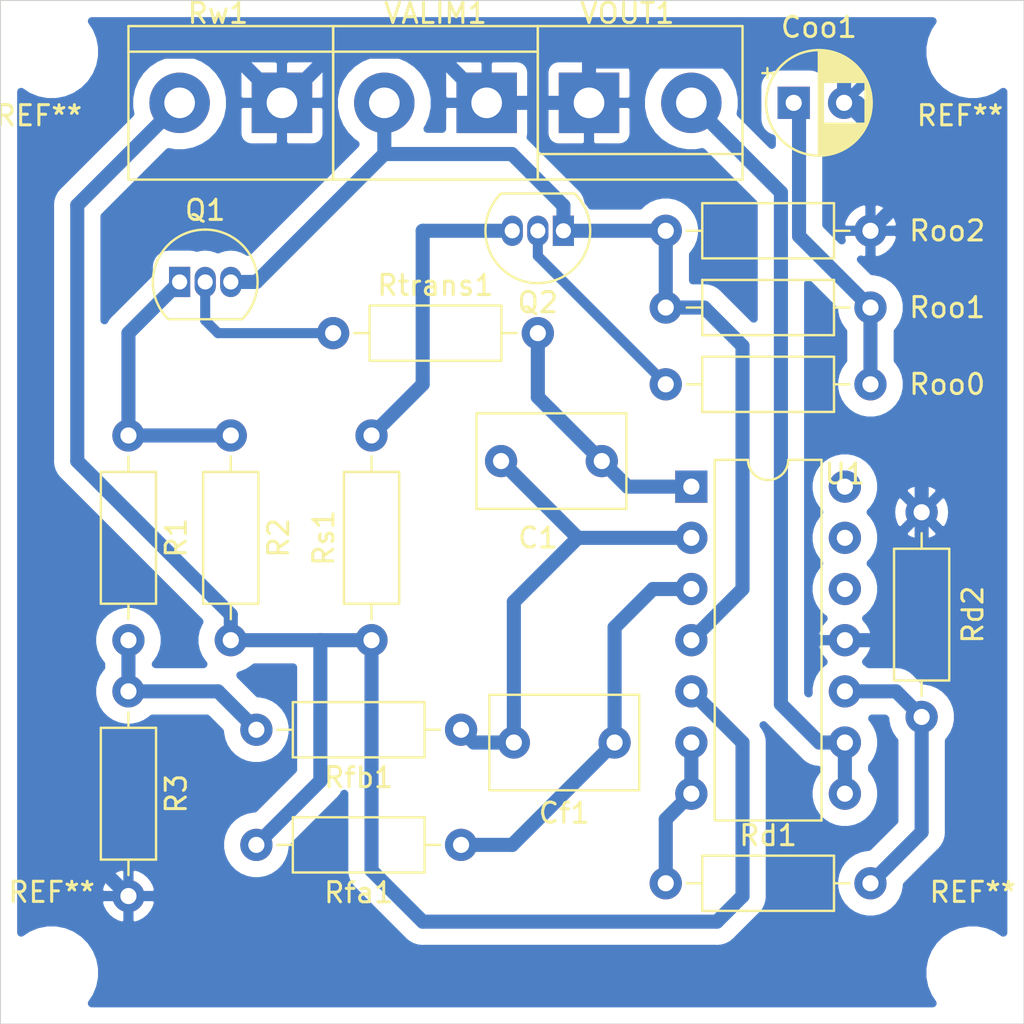
<source format=kicad_pcb>
(kicad_pcb (version 20171130) (host pcbnew 5.1.6)

  (general
    (thickness 1.6)
    (drawings 4)
    (tracks 94)
    (zones 0)
    (modules 25)
    (nets 16)
  )

  (page A4)
  (layers
    (0 F.Cu signal hide)
    (31 B.Cu signal)
    (32 B.Adhes user hide)
    (33 F.Adhes user hide)
    (34 B.Paste user hide)
    (35 F.Paste user hide)
    (36 B.SilkS user hide)
    (37 F.SilkS user)
    (38 B.Mask user hide)
    (39 F.Mask user hide)
    (40 Dwgs.User user hide)
    (41 Cmts.User user hide)
    (42 Eco1.User user hide)
    (43 Eco2.User user hide)
    (44 Edge.Cuts user)
    (45 Margin user hide)
    (46 B.CrtYd user hide)
    (47 F.CrtYd user hide)
    (48 B.Fab user hide)
    (49 F.Fab user hide)
  )

  (setup
    (last_trace_width 0.25)
    (user_trace_width 0.5)
    (user_trace_width 0.7)
    (trace_clearance 0.2)
    (zone_clearance 0.508)
    (zone_45_only no)
    (trace_min 0.2)
    (via_size 0.8)
    (via_drill 0.4)
    (via_min_size 0.4)
    (via_min_drill 0.3)
    (uvia_size 0.3)
    (uvia_drill 0.1)
    (uvias_allowed no)
    (uvia_min_size 0.2)
    (uvia_min_drill 0.1)
    (edge_width 0.05)
    (segment_width 0.2)
    (pcb_text_width 0.3)
    (pcb_text_size 1.5 1.5)
    (mod_edge_width 0.12)
    (mod_text_size 1 1)
    (mod_text_width 0.15)
    (pad_size 1.524 1.524)
    (pad_drill 0.762)
    (pad_to_mask_clearance 0.05)
    (aux_axis_origin 0 0)
    (visible_elements FFFFFF7F)
    (pcbplotparams
      (layerselection 0x010fc_ffffffff)
      (usegerberextensions false)
      (usegerberattributes true)
      (usegerberadvancedattributes true)
      (creategerberjobfile true)
      (excludeedgelayer true)
      (linewidth 0.100000)
      (plotframeref false)
      (viasonmask false)
      (mode 1)
      (useauxorigin false)
      (hpglpennumber 1)
      (hpglpenspeed 20)
      (hpglpendiameter 15.000000)
      (psnegative false)
      (psa4output false)
      (plotreference true)
      (plotvalue true)
      (plotinvisibletext false)
      (padsonsilk false)
      (subtractmaskfromsilk false)
      (outputformat 1)
      (mirror false)
      (drillshape 1)
      (scaleselection 1)
      (outputdirectory ""))
  )

  (net 0 "")
  (net 1 "Net-(Cf1-Pad1)")
  (net 2 +24V)
  (net 3 "Net-(Q1-Pad1)")
  (net 4 "Net-(R1-Pad2)")
  (net 5 "Net-(R2-Pad2)")
  (net 6 GNDPWR)
  (net 7 "Net-(Rd1-Pad2)")
  (net 8 "Net-(Rd1-Pad1)")
  (net 9 "Net-(U1-Pad8)")
  (net 10 "Net-(Q1-Pad2)")
  (net 11 "Net-(C1-Pad2)")
  (net 12 "Net-(Q2-Pad2)")
  (net 13 "Net-(Q2-Pad3)")
  (net 14 "Net-(C1-Pad1)")
  (net 15 "Net-(Coo1-Pad1)")

  (net_class Default "This is the default net class."
    (clearance 0.2)
    (trace_width 0.25)
    (via_dia 0.8)
    (via_drill 0.4)
    (uvia_dia 0.3)
    (uvia_drill 0.1)
    (add_net +24V)
    (add_net GNDPWR)
    (add_net "Net-(C1-Pad1)")
    (add_net "Net-(C1-Pad2)")
    (add_net "Net-(Cf1-Pad1)")
    (add_net "Net-(Coo1-Pad1)")
    (add_net "Net-(Q1-Pad1)")
    (add_net "Net-(Q1-Pad2)")
    (add_net "Net-(Q2-Pad2)")
    (add_net "Net-(Q2-Pad3)")
    (add_net "Net-(R1-Pad2)")
    (add_net "Net-(R2-Pad2)")
    (add_net "Net-(Rd1-Pad1)")
    (add_net "Net-(Rd1-Pad2)")
    (add_net "Net-(U1-Pad8)")
  )

  (module MountingHole:MountingHole_3mm (layer F.Cu) (tedit 56D1B4CB) (tstamp 5F764538)
    (at 137.16 111.76)
    (descr "Mounting Hole 3mm, no annular")
    (tags "mounting hole 3mm no annular")
    (attr virtual)
    (fp_text reference REF** (at 0 -4) (layer F.SilkS)
      (effects (font (size 1 1) (thickness 0.15)))
    )
    (fp_text value MountingHole_3mm (at 0 4) (layer F.Fab)
      (effects (font (size 1 1) (thickness 0.15)))
    )
    (fp_circle (center 0 0) (end 3 0) (layer Cmts.User) (width 0.15))
    (fp_circle (center 0 0) (end 3.25 0) (layer F.CrtYd) (width 0.05))
    (fp_text user %R (at 0.3 0) (layer F.Fab)
      (effects (font (size 1 1) (thickness 0.15)))
    )
    (pad 1 np_thru_hole circle (at 0 0) (size 3 3) (drill 3) (layers *.Cu *.Mask))
  )

  (module MountingHole:MountingHole_3mm (layer F.Cu) (tedit 56D1B4CB) (tstamp 5F764522)
    (at 91.44 111.76)
    (descr "Mounting Hole 3mm, no annular")
    (tags "mounting hole 3mm no annular")
    (attr virtual)
    (fp_text reference REF** (at 0 -4) (layer F.SilkS)
      (effects (font (size 1 1) (thickness 0.15)))
    )
    (fp_text value MountingHole_3mm (at 0 4) (layer F.Fab)
      (effects (font (size 1 1) (thickness 0.15)))
    )
    (fp_circle (center 0 0) (end 3 0) (layer Cmts.User) (width 0.15))
    (fp_circle (center 0 0) (end 3.25 0) (layer F.CrtYd) (width 0.05))
    (fp_text user %R (at 0.3 0) (layer F.Fab)
      (effects (font (size 1 1) (thickness 0.15)))
    )
    (pad 1 np_thru_hole circle (at 0 0) (size 3 3) (drill 3) (layers *.Cu *.Mask))
  )

  (module MountingHole:MountingHole_3mm (layer F.Cu) (tedit 56D1B4CB) (tstamp 5F76450C)
    (at 91.44 66.04)
    (descr "Mounting Hole 3mm, no annular")
    (tags "mounting hole 3mm no annular")
    (attr virtual)
    (fp_text reference REF** (at -0.635 3.175) (layer F.SilkS)
      (effects (font (size 1 1) (thickness 0.15)))
    )
    (fp_text value MountingHole_3mm (at 0 4) (layer F.Fab)
      (effects (font (size 1 1) (thickness 0.15)))
    )
    (fp_circle (center 0 0) (end 3 0) (layer Cmts.User) (width 0.15))
    (fp_circle (center 0 0) (end 3.25 0) (layer F.CrtYd) (width 0.05))
    (fp_text user %R (at 0.3 0) (layer F.Fab)
      (effects (font (size 1 1) (thickness 0.15)))
    )
    (pad 1 np_thru_hole circle (at 0 0) (size 3 3) (drill 3) (layers *.Cu *.Mask))
  )

  (module MountingHole:MountingHole_3mm (layer F.Cu) (tedit 56D1B4CB) (tstamp 5F7647A9)
    (at 137.16 66.04)
    (descr "Mounting Hole 3mm, no annular")
    (tags "mounting hole 3mm no annular")
    (attr virtual)
    (fp_text reference REF** (at -0.635 3.175) (layer F.SilkS)
      (effects (font (size 1 1) (thickness 0.15)))
    )
    (fp_text value MountingHole_3mm (at 0 4) (layer F.Fab)
      (effects (font (size 1 1) (thickness 0.15)))
    )
    (fp_circle (center 0 0) (end 3 0) (layer Cmts.User) (width 0.15))
    (fp_circle (center 0 0) (end 3.25 0) (layer F.CrtYd) (width 0.05))
    (fp_text user %R (at 0.3 0) (layer F.Fab)
      (effects (font (size 1 1) (thickness 0.15)))
    )
    (pad 1 np_thru_hole circle (at 0 0) (size 3 3) (drill 3) (layers *.Cu *.Mask))
  )

  (module Package_TO_SOT_THT:TO-92_Inline (layer F.Cu) (tedit 5A1DD157) (tstamp 5F6A7508)
    (at 97.79 77.47)
    (descr "TO-92 leads in-line, narrow, oval pads, drill 0.75mm (see NXP sot054_po.pdf)")
    (tags "to-92 sc-43 sc-43a sot54 PA33 transistor")
    (path /5F7F4BD5)
    (fp_text reference Q1 (at 1.27 -3.56) (layer F.SilkS)
      (effects (font (size 1 1) (thickness 0.15)))
    )
    (fp_text value 2N3904 (at 1.27 2.79) (layer F.Fab)
      (effects (font (size 1 1) (thickness 0.15)))
    )
    (fp_line (start 4 2.01) (end -1.46 2.01) (layer F.CrtYd) (width 0.05))
    (fp_line (start 4 2.01) (end 4 -2.73) (layer F.CrtYd) (width 0.05))
    (fp_line (start -1.46 -2.73) (end -1.46 2.01) (layer F.CrtYd) (width 0.05))
    (fp_line (start -1.46 -2.73) (end 4 -2.73) (layer F.CrtYd) (width 0.05))
    (fp_line (start -0.5 1.75) (end 3 1.75) (layer F.Fab) (width 0.1))
    (fp_line (start -0.53 1.85) (end 3.07 1.85) (layer F.SilkS) (width 0.12))
    (fp_arc (start 1.27 0) (end 1.27 -2.6) (angle 135) (layer F.SilkS) (width 0.12))
    (fp_arc (start 1.27 0) (end 1.27 -2.48) (angle -135) (layer F.Fab) (width 0.1))
    (fp_arc (start 1.27 0) (end 1.27 -2.6) (angle -135) (layer F.SilkS) (width 0.12))
    (fp_arc (start 1.27 0) (end 1.27 -2.48) (angle 135) (layer F.Fab) (width 0.1))
    (fp_text user %R (at 1.27 -3.56) (layer F.Fab)
      (effects (font (size 1 1) (thickness 0.15)))
    )
    (pad 1 thru_hole rect (at 0 0) (size 1.05 1.5) (drill 0.75) (layers *.Cu *.Mask)
      (net 3 "Net-(Q1-Pad1)"))
    (pad 3 thru_hole oval (at 2.54 0) (size 1.05 1.5) (drill 0.75) (layers *.Cu *.Mask)
      (net 2 +24V))
    (pad 2 thru_hole oval (at 1.27 0) (size 1.05 1.5) (drill 0.75) (layers *.Cu *.Mask)
      (net 10 "Net-(Q1-Pad2)"))
    (model ${KISYS3DMOD}/Package_TO_SOT_THT.3dshapes/TO-92_Inline.wrl
      (at (xyz 0 0 0))
      (scale (xyz 1 1 1))
      (rotate (xyz 0 0 0))
    )
  )

  (module Capacitor_THT:CP_Radial_D5.0mm_P2.50mm (layer F.Cu) (tedit 5AE50EF0) (tstamp 5F760AB1)
    (at 128.27 68.58)
    (descr "CP, Radial series, Radial, pin pitch=2.50mm, , diameter=5mm, Electrolytic Capacitor")
    (tags "CP Radial series Radial pin pitch 2.50mm  diameter 5mm Electrolytic Capacitor")
    (path /5F76E25B)
    (fp_text reference Coo1 (at 1.25 -3.75) (layer F.SilkS)
      (effects (font (size 1 1) (thickness 0.15)))
    )
    (fp_text value CP (at 1.25 3.75) (layer F.Fab)
      (effects (font (size 1 1) (thickness 0.15)))
    )
    (fp_circle (center 1.25 0) (end 3.75 0) (layer F.Fab) (width 0.1))
    (fp_circle (center 1.25 0) (end 3.87 0) (layer F.SilkS) (width 0.12))
    (fp_circle (center 1.25 0) (end 4 0) (layer F.CrtYd) (width 0.05))
    (fp_line (start -0.883605 -1.0875) (end -0.383605 -1.0875) (layer F.Fab) (width 0.1))
    (fp_line (start -0.633605 -1.3375) (end -0.633605 -0.8375) (layer F.Fab) (width 0.1))
    (fp_line (start 1.25 -2.58) (end 1.25 2.58) (layer F.SilkS) (width 0.12))
    (fp_line (start 1.29 -2.58) (end 1.29 2.58) (layer F.SilkS) (width 0.12))
    (fp_line (start 1.33 -2.579) (end 1.33 2.579) (layer F.SilkS) (width 0.12))
    (fp_line (start 1.37 -2.578) (end 1.37 2.578) (layer F.SilkS) (width 0.12))
    (fp_line (start 1.41 -2.576) (end 1.41 2.576) (layer F.SilkS) (width 0.12))
    (fp_line (start 1.45 -2.573) (end 1.45 2.573) (layer F.SilkS) (width 0.12))
    (fp_line (start 1.49 -2.569) (end 1.49 -1.04) (layer F.SilkS) (width 0.12))
    (fp_line (start 1.49 1.04) (end 1.49 2.569) (layer F.SilkS) (width 0.12))
    (fp_line (start 1.53 -2.565) (end 1.53 -1.04) (layer F.SilkS) (width 0.12))
    (fp_line (start 1.53 1.04) (end 1.53 2.565) (layer F.SilkS) (width 0.12))
    (fp_line (start 1.57 -2.561) (end 1.57 -1.04) (layer F.SilkS) (width 0.12))
    (fp_line (start 1.57 1.04) (end 1.57 2.561) (layer F.SilkS) (width 0.12))
    (fp_line (start 1.61 -2.556) (end 1.61 -1.04) (layer F.SilkS) (width 0.12))
    (fp_line (start 1.61 1.04) (end 1.61 2.556) (layer F.SilkS) (width 0.12))
    (fp_line (start 1.65 -2.55) (end 1.65 -1.04) (layer F.SilkS) (width 0.12))
    (fp_line (start 1.65 1.04) (end 1.65 2.55) (layer F.SilkS) (width 0.12))
    (fp_line (start 1.69 -2.543) (end 1.69 -1.04) (layer F.SilkS) (width 0.12))
    (fp_line (start 1.69 1.04) (end 1.69 2.543) (layer F.SilkS) (width 0.12))
    (fp_line (start 1.73 -2.536) (end 1.73 -1.04) (layer F.SilkS) (width 0.12))
    (fp_line (start 1.73 1.04) (end 1.73 2.536) (layer F.SilkS) (width 0.12))
    (fp_line (start 1.77 -2.528) (end 1.77 -1.04) (layer F.SilkS) (width 0.12))
    (fp_line (start 1.77 1.04) (end 1.77 2.528) (layer F.SilkS) (width 0.12))
    (fp_line (start 1.81 -2.52) (end 1.81 -1.04) (layer F.SilkS) (width 0.12))
    (fp_line (start 1.81 1.04) (end 1.81 2.52) (layer F.SilkS) (width 0.12))
    (fp_line (start 1.85 -2.511) (end 1.85 -1.04) (layer F.SilkS) (width 0.12))
    (fp_line (start 1.85 1.04) (end 1.85 2.511) (layer F.SilkS) (width 0.12))
    (fp_line (start 1.89 -2.501) (end 1.89 -1.04) (layer F.SilkS) (width 0.12))
    (fp_line (start 1.89 1.04) (end 1.89 2.501) (layer F.SilkS) (width 0.12))
    (fp_line (start 1.93 -2.491) (end 1.93 -1.04) (layer F.SilkS) (width 0.12))
    (fp_line (start 1.93 1.04) (end 1.93 2.491) (layer F.SilkS) (width 0.12))
    (fp_line (start 1.971 -2.48) (end 1.971 -1.04) (layer F.SilkS) (width 0.12))
    (fp_line (start 1.971 1.04) (end 1.971 2.48) (layer F.SilkS) (width 0.12))
    (fp_line (start 2.011 -2.468) (end 2.011 -1.04) (layer F.SilkS) (width 0.12))
    (fp_line (start 2.011 1.04) (end 2.011 2.468) (layer F.SilkS) (width 0.12))
    (fp_line (start 2.051 -2.455) (end 2.051 -1.04) (layer F.SilkS) (width 0.12))
    (fp_line (start 2.051 1.04) (end 2.051 2.455) (layer F.SilkS) (width 0.12))
    (fp_line (start 2.091 -2.442) (end 2.091 -1.04) (layer F.SilkS) (width 0.12))
    (fp_line (start 2.091 1.04) (end 2.091 2.442) (layer F.SilkS) (width 0.12))
    (fp_line (start 2.131 -2.428) (end 2.131 -1.04) (layer F.SilkS) (width 0.12))
    (fp_line (start 2.131 1.04) (end 2.131 2.428) (layer F.SilkS) (width 0.12))
    (fp_line (start 2.171 -2.414) (end 2.171 -1.04) (layer F.SilkS) (width 0.12))
    (fp_line (start 2.171 1.04) (end 2.171 2.414) (layer F.SilkS) (width 0.12))
    (fp_line (start 2.211 -2.398) (end 2.211 -1.04) (layer F.SilkS) (width 0.12))
    (fp_line (start 2.211 1.04) (end 2.211 2.398) (layer F.SilkS) (width 0.12))
    (fp_line (start 2.251 -2.382) (end 2.251 -1.04) (layer F.SilkS) (width 0.12))
    (fp_line (start 2.251 1.04) (end 2.251 2.382) (layer F.SilkS) (width 0.12))
    (fp_line (start 2.291 -2.365) (end 2.291 -1.04) (layer F.SilkS) (width 0.12))
    (fp_line (start 2.291 1.04) (end 2.291 2.365) (layer F.SilkS) (width 0.12))
    (fp_line (start 2.331 -2.348) (end 2.331 -1.04) (layer F.SilkS) (width 0.12))
    (fp_line (start 2.331 1.04) (end 2.331 2.348) (layer F.SilkS) (width 0.12))
    (fp_line (start 2.371 -2.329) (end 2.371 -1.04) (layer F.SilkS) (width 0.12))
    (fp_line (start 2.371 1.04) (end 2.371 2.329) (layer F.SilkS) (width 0.12))
    (fp_line (start 2.411 -2.31) (end 2.411 -1.04) (layer F.SilkS) (width 0.12))
    (fp_line (start 2.411 1.04) (end 2.411 2.31) (layer F.SilkS) (width 0.12))
    (fp_line (start 2.451 -2.29) (end 2.451 -1.04) (layer F.SilkS) (width 0.12))
    (fp_line (start 2.451 1.04) (end 2.451 2.29) (layer F.SilkS) (width 0.12))
    (fp_line (start 2.491 -2.268) (end 2.491 -1.04) (layer F.SilkS) (width 0.12))
    (fp_line (start 2.491 1.04) (end 2.491 2.268) (layer F.SilkS) (width 0.12))
    (fp_line (start 2.531 -2.247) (end 2.531 -1.04) (layer F.SilkS) (width 0.12))
    (fp_line (start 2.531 1.04) (end 2.531 2.247) (layer F.SilkS) (width 0.12))
    (fp_line (start 2.571 -2.224) (end 2.571 -1.04) (layer F.SilkS) (width 0.12))
    (fp_line (start 2.571 1.04) (end 2.571 2.224) (layer F.SilkS) (width 0.12))
    (fp_line (start 2.611 -2.2) (end 2.611 -1.04) (layer F.SilkS) (width 0.12))
    (fp_line (start 2.611 1.04) (end 2.611 2.2) (layer F.SilkS) (width 0.12))
    (fp_line (start 2.651 -2.175) (end 2.651 -1.04) (layer F.SilkS) (width 0.12))
    (fp_line (start 2.651 1.04) (end 2.651 2.175) (layer F.SilkS) (width 0.12))
    (fp_line (start 2.691 -2.149) (end 2.691 -1.04) (layer F.SilkS) (width 0.12))
    (fp_line (start 2.691 1.04) (end 2.691 2.149) (layer F.SilkS) (width 0.12))
    (fp_line (start 2.731 -2.122) (end 2.731 -1.04) (layer F.SilkS) (width 0.12))
    (fp_line (start 2.731 1.04) (end 2.731 2.122) (layer F.SilkS) (width 0.12))
    (fp_line (start 2.771 -2.095) (end 2.771 -1.04) (layer F.SilkS) (width 0.12))
    (fp_line (start 2.771 1.04) (end 2.771 2.095) (layer F.SilkS) (width 0.12))
    (fp_line (start 2.811 -2.065) (end 2.811 -1.04) (layer F.SilkS) (width 0.12))
    (fp_line (start 2.811 1.04) (end 2.811 2.065) (layer F.SilkS) (width 0.12))
    (fp_line (start 2.851 -2.035) (end 2.851 -1.04) (layer F.SilkS) (width 0.12))
    (fp_line (start 2.851 1.04) (end 2.851 2.035) (layer F.SilkS) (width 0.12))
    (fp_line (start 2.891 -2.004) (end 2.891 -1.04) (layer F.SilkS) (width 0.12))
    (fp_line (start 2.891 1.04) (end 2.891 2.004) (layer F.SilkS) (width 0.12))
    (fp_line (start 2.931 -1.971) (end 2.931 -1.04) (layer F.SilkS) (width 0.12))
    (fp_line (start 2.931 1.04) (end 2.931 1.971) (layer F.SilkS) (width 0.12))
    (fp_line (start 2.971 -1.937) (end 2.971 -1.04) (layer F.SilkS) (width 0.12))
    (fp_line (start 2.971 1.04) (end 2.971 1.937) (layer F.SilkS) (width 0.12))
    (fp_line (start 3.011 -1.901) (end 3.011 -1.04) (layer F.SilkS) (width 0.12))
    (fp_line (start 3.011 1.04) (end 3.011 1.901) (layer F.SilkS) (width 0.12))
    (fp_line (start 3.051 -1.864) (end 3.051 -1.04) (layer F.SilkS) (width 0.12))
    (fp_line (start 3.051 1.04) (end 3.051 1.864) (layer F.SilkS) (width 0.12))
    (fp_line (start 3.091 -1.826) (end 3.091 -1.04) (layer F.SilkS) (width 0.12))
    (fp_line (start 3.091 1.04) (end 3.091 1.826) (layer F.SilkS) (width 0.12))
    (fp_line (start 3.131 -1.785) (end 3.131 -1.04) (layer F.SilkS) (width 0.12))
    (fp_line (start 3.131 1.04) (end 3.131 1.785) (layer F.SilkS) (width 0.12))
    (fp_line (start 3.171 -1.743) (end 3.171 -1.04) (layer F.SilkS) (width 0.12))
    (fp_line (start 3.171 1.04) (end 3.171 1.743) (layer F.SilkS) (width 0.12))
    (fp_line (start 3.211 -1.699) (end 3.211 -1.04) (layer F.SilkS) (width 0.12))
    (fp_line (start 3.211 1.04) (end 3.211 1.699) (layer F.SilkS) (width 0.12))
    (fp_line (start 3.251 -1.653) (end 3.251 -1.04) (layer F.SilkS) (width 0.12))
    (fp_line (start 3.251 1.04) (end 3.251 1.653) (layer F.SilkS) (width 0.12))
    (fp_line (start 3.291 -1.605) (end 3.291 -1.04) (layer F.SilkS) (width 0.12))
    (fp_line (start 3.291 1.04) (end 3.291 1.605) (layer F.SilkS) (width 0.12))
    (fp_line (start 3.331 -1.554) (end 3.331 -1.04) (layer F.SilkS) (width 0.12))
    (fp_line (start 3.331 1.04) (end 3.331 1.554) (layer F.SilkS) (width 0.12))
    (fp_line (start 3.371 -1.5) (end 3.371 -1.04) (layer F.SilkS) (width 0.12))
    (fp_line (start 3.371 1.04) (end 3.371 1.5) (layer F.SilkS) (width 0.12))
    (fp_line (start 3.411 -1.443) (end 3.411 -1.04) (layer F.SilkS) (width 0.12))
    (fp_line (start 3.411 1.04) (end 3.411 1.443) (layer F.SilkS) (width 0.12))
    (fp_line (start 3.451 -1.383) (end 3.451 -1.04) (layer F.SilkS) (width 0.12))
    (fp_line (start 3.451 1.04) (end 3.451 1.383) (layer F.SilkS) (width 0.12))
    (fp_line (start 3.491 -1.319) (end 3.491 -1.04) (layer F.SilkS) (width 0.12))
    (fp_line (start 3.491 1.04) (end 3.491 1.319) (layer F.SilkS) (width 0.12))
    (fp_line (start 3.531 -1.251) (end 3.531 -1.04) (layer F.SilkS) (width 0.12))
    (fp_line (start 3.531 1.04) (end 3.531 1.251) (layer F.SilkS) (width 0.12))
    (fp_line (start 3.571 -1.178) (end 3.571 1.178) (layer F.SilkS) (width 0.12))
    (fp_line (start 3.611 -1.098) (end 3.611 1.098) (layer F.SilkS) (width 0.12))
    (fp_line (start 3.651 -1.011) (end 3.651 1.011) (layer F.SilkS) (width 0.12))
    (fp_line (start 3.691 -0.915) (end 3.691 0.915) (layer F.SilkS) (width 0.12))
    (fp_line (start 3.731 -0.805) (end 3.731 0.805) (layer F.SilkS) (width 0.12))
    (fp_line (start 3.771 -0.677) (end 3.771 0.677) (layer F.SilkS) (width 0.12))
    (fp_line (start 3.811 -0.518) (end 3.811 0.518) (layer F.SilkS) (width 0.12))
    (fp_line (start 3.851 -0.284) (end 3.851 0.284) (layer F.SilkS) (width 0.12))
    (fp_line (start -1.554775 -1.475) (end -1.054775 -1.475) (layer F.SilkS) (width 0.12))
    (fp_line (start -1.304775 -1.725) (end -1.304775 -1.225) (layer F.SilkS) (width 0.12))
    (fp_text user %R (at 1.25 0) (layer F.Fab)
      (effects (font (size 1 1) (thickness 0.15)))
    )
    (pad 2 thru_hole circle (at 2.5 0) (size 1.6 1.6) (drill 0.8) (layers *.Cu *.Mask)
      (net 6 GNDPWR))
    (pad 1 thru_hole rect (at 0 0) (size 1.6 1.6) (drill 0.8) (layers *.Cu *.Mask)
      (net 15 "Net-(Coo1-Pad1)"))
    (model ${KISYS3DMOD}/Capacitor_THT.3dshapes/CP_Radial_D5.0mm_P2.50mm.wrl
      (at (xyz 0 0 0))
      (scale (xyz 1 1 1))
      (rotate (xyz 0 0 0))
    )
  )

  (module TerminalBlock:TerminalBlock_bornier-2_P5.08mm (layer F.Cu) (tedit 59FF03AB) (tstamp 5F6A75FB)
    (at 102.87 68.58 180)
    (descr "simple 2-pin terminal block, pitch 5.08mm, revamped version of bornier2")
    (tags "terminal block bornier2")
    (path /5F6A3200)
    (fp_text reference Rw1 (at 3.175 4.445) (layer F.SilkS)
      (effects (font (size 1 1) (thickness 0.15)))
    )
    (fp_text value Conn_01x02_Male (at 2.54 5.08) (layer F.Fab)
      (effects (font (size 1 1) (thickness 0.15)))
    )
    (fp_line (start 7.79 4) (end -2.71 4) (layer F.CrtYd) (width 0.05))
    (fp_line (start 7.79 4) (end 7.79 -4) (layer F.CrtYd) (width 0.05))
    (fp_line (start -2.71 -4) (end -2.71 4) (layer F.CrtYd) (width 0.05))
    (fp_line (start -2.71 -4) (end 7.79 -4) (layer F.CrtYd) (width 0.05))
    (fp_line (start -2.54 3.81) (end 7.62 3.81) (layer F.SilkS) (width 0.12))
    (fp_line (start -2.54 -3.81) (end -2.54 3.81) (layer F.SilkS) (width 0.12))
    (fp_line (start 7.62 -3.81) (end -2.54 -3.81) (layer F.SilkS) (width 0.12))
    (fp_line (start 7.62 3.81) (end 7.62 -3.81) (layer F.SilkS) (width 0.12))
    (fp_line (start 7.62 2.54) (end -2.54 2.54) (layer F.SilkS) (width 0.12))
    (fp_line (start 7.54 -3.75) (end -2.46 -3.75) (layer F.Fab) (width 0.1))
    (fp_line (start 7.54 3.75) (end 7.54 -3.75) (layer F.Fab) (width 0.1))
    (fp_line (start -2.46 3.75) (end 7.54 3.75) (layer F.Fab) (width 0.1))
    (fp_line (start -2.46 -3.75) (end -2.46 3.75) (layer F.Fab) (width 0.1))
    (fp_line (start -2.41 2.55) (end 7.49 2.55) (layer F.Fab) (width 0.1))
    (fp_text user %R (at 2.54 0) (layer F.Fab)
      (effects (font (size 1 1) (thickness 0.15)))
    )
    (pad 2 thru_hole circle (at 5.08 0 180) (size 3 3) (drill 1.52) (layers *.Cu *.Mask)
      (net 5 "Net-(R2-Pad2)"))
    (pad 1 thru_hole rect (at 0 0 180) (size 3 3) (drill 1.52) (layers *.Cu *.Mask)
      (net 6 GNDPWR))
    (model ${KISYS3DMOD}/TerminalBlock.3dshapes/TerminalBlock_bornier-2_P5.08mm.wrl
      (offset (xyz 2.539999961853027 0 0))
      (scale (xyz 1 1 1))
      (rotate (xyz 0 0 0))
    )
  )

  (module Resistor_THT:R_Axial_DIN0207_L6.3mm_D2.5mm_P10.16mm_Horizontal (layer F.Cu) (tedit 5AE5139B) (tstamp 5F75EE1A)
    (at 121.92 74.93)
    (descr "Resistor, Axial_DIN0207 series, Axial, Horizontal, pin pitch=10.16mm, 0.25W = 1/4W, length*diameter=6.3*2.5mm^2, http://cdn-reichelt.de/documents/datenblatt/B400/1_4W%23YAG.pdf")
    (tags "Resistor Axial_DIN0207 series Axial Horizontal pin pitch 10.16mm 0.25W = 1/4W length 6.3mm diameter 2.5mm")
    (path /5F76D2FA)
    (fp_text reference Roo2 (at 13.97 0) (layer F.SilkS)
      (effects (font (size 1 1) (thickness 0.15)))
    )
    (fp_text value R_US (at 5.08 2.37) (layer F.Fab)
      (effects (font (size 1 1) (thickness 0.15)))
    )
    (fp_line (start 1.93 -1.25) (end 1.93 1.25) (layer F.Fab) (width 0.1))
    (fp_line (start 1.93 1.25) (end 8.23 1.25) (layer F.Fab) (width 0.1))
    (fp_line (start 8.23 1.25) (end 8.23 -1.25) (layer F.Fab) (width 0.1))
    (fp_line (start 8.23 -1.25) (end 1.93 -1.25) (layer F.Fab) (width 0.1))
    (fp_line (start 0 0) (end 1.93 0) (layer F.Fab) (width 0.1))
    (fp_line (start 10.16 0) (end 8.23 0) (layer F.Fab) (width 0.1))
    (fp_line (start 1.81 -1.37) (end 1.81 1.37) (layer F.SilkS) (width 0.12))
    (fp_line (start 1.81 1.37) (end 8.35 1.37) (layer F.SilkS) (width 0.12))
    (fp_line (start 8.35 1.37) (end 8.35 -1.37) (layer F.SilkS) (width 0.12))
    (fp_line (start 8.35 -1.37) (end 1.81 -1.37) (layer F.SilkS) (width 0.12))
    (fp_line (start 1.04 0) (end 1.81 0) (layer F.SilkS) (width 0.12))
    (fp_line (start 9.12 0) (end 8.35 0) (layer F.SilkS) (width 0.12))
    (fp_line (start -1.05 -1.5) (end -1.05 1.5) (layer F.CrtYd) (width 0.05))
    (fp_line (start -1.05 1.5) (end 11.21 1.5) (layer F.CrtYd) (width 0.05))
    (fp_line (start 11.21 1.5) (end 11.21 -1.5) (layer F.CrtYd) (width 0.05))
    (fp_line (start 11.21 -1.5) (end -1.05 -1.5) (layer F.CrtYd) (width 0.05))
    (fp_text user %R (at 5.08 0) (layer F.Fab)
      (effects (font (size 1 1) (thickness 0.15)))
    )
    (pad 2 thru_hole oval (at 10.16 0) (size 1.6 1.6) (drill 0.8) (layers *.Cu *.Mask)
      (net 6 GNDPWR))
    (pad 1 thru_hole circle (at 0 0) (size 1.6 1.6) (drill 0.8) (layers *.Cu *.Mask)
      (net 2 +24V))
    (model ${KISYS3DMOD}/Resistor_THT.3dshapes/R_Axial_DIN0207_L6.3mm_D2.5mm_P10.16mm_Horizontal.wrl
      (at (xyz 0 0 0))
      (scale (xyz 1 1 1))
      (rotate (xyz 0 0 0))
    )
  )

  (module Resistor_THT:R_Axial_DIN0207_L6.3mm_D2.5mm_P10.16mm_Horizontal (layer F.Cu) (tedit 5AE5139B) (tstamp 5F75EE03)
    (at 121.92 78.74)
    (descr "Resistor, Axial_DIN0207 series, Axial, Horizontal, pin pitch=10.16mm, 0.25W = 1/4W, length*diameter=6.3*2.5mm^2, http://cdn-reichelt.de/documents/datenblatt/B400/1_4W%23YAG.pdf")
    (tags "Resistor Axial_DIN0207 series Axial Horizontal pin pitch 10.16mm 0.25W = 1/4W length 6.3mm diameter 2.5mm")
    (path /5F76D90F)
    (fp_text reference Roo1 (at 13.97 0) (layer F.SilkS)
      (effects (font (size 1 1) (thickness 0.15)))
    )
    (fp_text value R_US (at 5.08 2.37) (layer F.Fab)
      (effects (font (size 1 1) (thickness 0.15)))
    )
    (fp_line (start 1.93 -1.25) (end 1.93 1.25) (layer F.Fab) (width 0.1))
    (fp_line (start 1.93 1.25) (end 8.23 1.25) (layer F.Fab) (width 0.1))
    (fp_line (start 8.23 1.25) (end 8.23 -1.25) (layer F.Fab) (width 0.1))
    (fp_line (start 8.23 -1.25) (end 1.93 -1.25) (layer F.Fab) (width 0.1))
    (fp_line (start 0 0) (end 1.93 0) (layer F.Fab) (width 0.1))
    (fp_line (start 10.16 0) (end 8.23 0) (layer F.Fab) (width 0.1))
    (fp_line (start 1.81 -1.37) (end 1.81 1.37) (layer F.SilkS) (width 0.12))
    (fp_line (start 1.81 1.37) (end 8.35 1.37) (layer F.SilkS) (width 0.12))
    (fp_line (start 8.35 1.37) (end 8.35 -1.37) (layer F.SilkS) (width 0.12))
    (fp_line (start 8.35 -1.37) (end 1.81 -1.37) (layer F.SilkS) (width 0.12))
    (fp_line (start 1.04 0) (end 1.81 0) (layer F.SilkS) (width 0.12))
    (fp_line (start 9.12 0) (end 8.35 0) (layer F.SilkS) (width 0.12))
    (fp_line (start -1.05 -1.5) (end -1.05 1.5) (layer F.CrtYd) (width 0.05))
    (fp_line (start -1.05 1.5) (end 11.21 1.5) (layer F.CrtYd) (width 0.05))
    (fp_line (start 11.21 1.5) (end 11.21 -1.5) (layer F.CrtYd) (width 0.05))
    (fp_line (start 11.21 -1.5) (end -1.05 -1.5) (layer F.CrtYd) (width 0.05))
    (fp_text user %R (at 5.08 0) (layer F.Fab)
      (effects (font (size 1 1) (thickness 0.15)))
    )
    (pad 2 thru_hole oval (at 10.16 0) (size 1.6 1.6) (drill 0.8) (layers *.Cu *.Mask)
      (net 15 "Net-(Coo1-Pad1)"))
    (pad 1 thru_hole circle (at 0 0) (size 1.6 1.6) (drill 0.8) (layers *.Cu *.Mask)
      (net 2 +24V))
    (model ${KISYS3DMOD}/Resistor_THT.3dshapes/R_Axial_DIN0207_L6.3mm_D2.5mm_P10.16mm_Horizontal.wrl
      (at (xyz 0 0 0))
      (scale (xyz 1 1 1))
      (rotate (xyz 0 0 0))
    )
  )

  (module Resistor_THT:R_Axial_DIN0207_L6.3mm_D2.5mm_P10.16mm_Horizontal (layer F.Cu) (tedit 5AE5139B) (tstamp 5F76466D)
    (at 132.08 82.55 180)
    (descr "Resistor, Axial_DIN0207 series, Axial, Horizontal, pin pitch=10.16mm, 0.25W = 1/4W, length*diameter=6.3*2.5mm^2, http://cdn-reichelt.de/documents/datenblatt/B400/1_4W%23YAG.pdf")
    (tags "Resistor Axial_DIN0207 series Axial Horizontal pin pitch 10.16mm 0.25W = 1/4W length 6.3mm diameter 2.5mm")
    (path /5F76A9CF)
    (fp_text reference Roo0 (at -3.81 0) (layer F.SilkS)
      (effects (font (size 1 1) (thickness 0.15)))
    )
    (fp_text value R_US (at 5.08 2.37) (layer F.Fab)
      (effects (font (size 1 1) (thickness 0.15)))
    )
    (fp_line (start 1.93 -1.25) (end 1.93 1.25) (layer F.Fab) (width 0.1))
    (fp_line (start 1.93 1.25) (end 8.23 1.25) (layer F.Fab) (width 0.1))
    (fp_line (start 8.23 1.25) (end 8.23 -1.25) (layer F.Fab) (width 0.1))
    (fp_line (start 8.23 -1.25) (end 1.93 -1.25) (layer F.Fab) (width 0.1))
    (fp_line (start 0 0) (end 1.93 0) (layer F.Fab) (width 0.1))
    (fp_line (start 10.16 0) (end 8.23 0) (layer F.Fab) (width 0.1))
    (fp_line (start 1.81 -1.37) (end 1.81 1.37) (layer F.SilkS) (width 0.12))
    (fp_line (start 1.81 1.37) (end 8.35 1.37) (layer F.SilkS) (width 0.12))
    (fp_line (start 8.35 1.37) (end 8.35 -1.37) (layer F.SilkS) (width 0.12))
    (fp_line (start 8.35 -1.37) (end 1.81 -1.37) (layer F.SilkS) (width 0.12))
    (fp_line (start 1.04 0) (end 1.81 0) (layer F.SilkS) (width 0.12))
    (fp_line (start 9.12 0) (end 8.35 0) (layer F.SilkS) (width 0.12))
    (fp_line (start -1.05 -1.5) (end -1.05 1.5) (layer F.CrtYd) (width 0.05))
    (fp_line (start -1.05 1.5) (end 11.21 1.5) (layer F.CrtYd) (width 0.05))
    (fp_line (start 11.21 1.5) (end 11.21 -1.5) (layer F.CrtYd) (width 0.05))
    (fp_line (start 11.21 -1.5) (end -1.05 -1.5) (layer F.CrtYd) (width 0.05))
    (fp_text user %R (at 5.08 0) (layer F.Fab)
      (effects (font (size 1 1) (thickness 0.15)))
    )
    (pad 2 thru_hole oval (at 10.16 0 180) (size 1.6 1.6) (drill 0.8) (layers *.Cu *.Mask)
      (net 12 "Net-(Q2-Pad2)"))
    (pad 1 thru_hole circle (at 0 0 180) (size 1.6 1.6) (drill 0.8) (layers *.Cu *.Mask)
      (net 15 "Net-(Coo1-Pad1)"))
    (model ${KISYS3DMOD}/Resistor_THT.3dshapes/R_Axial_DIN0207_L6.3mm_D2.5mm_P10.16mm_Horizontal.wrl
      (at (xyz 0 0 0))
      (scale (xyz 1 1 1))
      (rotate (xyz 0 0 0))
    )
  )

  (module Capacitor_THT:C_Rect_L7.2mm_W4.5mm_P5.00mm_FKS2_FKP2_MKS2_MKP2 (layer F.Cu) (tedit 5AE50EF0) (tstamp 5F75EB86)
    (at 118.745 86.36 180)
    (descr "C, Rect series, Radial, pin pitch=5.00mm, , length*width=7.2*4.5mm^2, Capacitor, http://www.wima.com/EN/WIMA_FKS_2.pdf")
    (tags "C Rect series Radial pin pitch 5.00mm  length 7.2mm width 4.5mm Capacitor")
    (path /5F7D8DC5)
    (fp_text reference C1 (at 3.175 -3.81) (layer F.SilkS)
      (effects (font (size 1 1) (thickness 0.15)))
    )
    (fp_text value C (at 2.5 3.5) (layer F.Fab)
      (effects (font (size 1 1) (thickness 0.15)))
    )
    (fp_line (start -1.1 -2.25) (end -1.1 2.25) (layer F.Fab) (width 0.1))
    (fp_line (start -1.1 2.25) (end 6.1 2.25) (layer F.Fab) (width 0.1))
    (fp_line (start 6.1 2.25) (end 6.1 -2.25) (layer F.Fab) (width 0.1))
    (fp_line (start 6.1 -2.25) (end -1.1 -2.25) (layer F.Fab) (width 0.1))
    (fp_line (start -1.22 -2.37) (end 6.22 -2.37) (layer F.SilkS) (width 0.12))
    (fp_line (start -1.22 2.37) (end 6.22 2.37) (layer F.SilkS) (width 0.12))
    (fp_line (start -1.22 -2.37) (end -1.22 2.37) (layer F.SilkS) (width 0.12))
    (fp_line (start 6.22 -2.37) (end 6.22 2.37) (layer F.SilkS) (width 0.12))
    (fp_line (start -1.35 -2.5) (end -1.35 2.5) (layer F.CrtYd) (width 0.05))
    (fp_line (start -1.35 2.5) (end 6.35 2.5) (layer F.CrtYd) (width 0.05))
    (fp_line (start 6.35 2.5) (end 6.35 -2.5) (layer F.CrtYd) (width 0.05))
    (fp_line (start 6.35 -2.5) (end -1.35 -2.5) (layer F.CrtYd) (width 0.05))
    (fp_text user %R (at 2.5 0) (layer F.Fab)
      (effects (font (size 1 1) (thickness 0.15)))
    )
    (pad 2 thru_hole circle (at 5 0 180) (size 1.6 1.6) (drill 0.8) (layers *.Cu *.Mask)
      (net 11 "Net-(C1-Pad2)"))
    (pad 1 thru_hole circle (at 0 0 180) (size 1.6 1.6) (drill 0.8) (layers *.Cu *.Mask)
      (net 14 "Net-(C1-Pad1)"))
    (model ${KISYS3DMOD}/Capacitor_THT.3dshapes/C_Rect_L7.2mm_W4.5mm_P5.00mm_FKS2_FKP2_MKS2_MKP2.wrl
      (at (xyz 0 0 0))
      (scale (xyz 1 1 1))
      (rotate (xyz 0 0 0))
    )
  )

  (module TerminalBlock:TerminalBlock_bornier-2_P5.08mm (layer F.Cu) (tedit 59FF03AB) (tstamp 5F6A8139)
    (at 118.11 68.58)
    (descr "simple 2-pin terminal block, pitch 5.08mm, revamped version of bornier2")
    (tags "terminal block bornier2")
    (path /5F6FF1B4)
    (fp_text reference VOUT1 (at 1.905 -4.445) (layer F.SilkS)
      (effects (font (size 1 1) (thickness 0.15)))
    )
    (fp_text value VOUT (at 2.54 5.08) (layer F.Fab)
      (effects (font (size 1 1) (thickness 0.15)))
    )
    (fp_line (start 7.79 4) (end -2.71 4) (layer F.CrtYd) (width 0.05))
    (fp_line (start 7.79 4) (end 7.79 -4) (layer F.CrtYd) (width 0.05))
    (fp_line (start -2.71 -4) (end -2.71 4) (layer F.CrtYd) (width 0.05))
    (fp_line (start -2.71 -4) (end 7.79 -4) (layer F.CrtYd) (width 0.05))
    (fp_line (start -2.54 3.81) (end 7.62 3.81) (layer F.SilkS) (width 0.12))
    (fp_line (start -2.54 -3.81) (end -2.54 3.81) (layer F.SilkS) (width 0.12))
    (fp_line (start 7.62 -3.81) (end -2.54 -3.81) (layer F.SilkS) (width 0.12))
    (fp_line (start 7.62 3.81) (end 7.62 -3.81) (layer F.SilkS) (width 0.12))
    (fp_line (start 7.62 2.54) (end -2.54 2.54) (layer F.SilkS) (width 0.12))
    (fp_line (start 7.54 -3.75) (end -2.46 -3.75) (layer F.Fab) (width 0.1))
    (fp_line (start 7.54 3.75) (end 7.54 -3.75) (layer F.Fab) (width 0.1))
    (fp_line (start -2.46 3.75) (end 7.54 3.75) (layer F.Fab) (width 0.1))
    (fp_line (start -2.46 -3.75) (end -2.46 3.75) (layer F.Fab) (width 0.1))
    (fp_line (start -2.41 2.55) (end 7.49 2.55) (layer F.Fab) (width 0.1))
    (fp_text user %R (at 2.54 0) (layer F.Fab)
      (effects (font (size 1 1) (thickness 0.15)))
    )
    (pad 2 thru_hole circle (at 5.08 0) (size 3 3) (drill 1.52) (layers *.Cu *.Mask)
      (net 9 "Net-(U1-Pad8)"))
    (pad 1 thru_hole rect (at 0 0) (size 3 3) (drill 1.52) (layers *.Cu *.Mask)
      (net 6 GNDPWR))
    (model ${KISYS3DMOD}/TerminalBlock.3dshapes/TerminalBlock_bornier-2_P5.08mm.wrl
      (offset (xyz 2.539999961853027 0 0))
      (scale (xyz 1 1 1))
      (rotate (xyz 0 0 0))
    )
  )

  (module TerminalBlock:TerminalBlock_bornier-2_P5.08mm (layer F.Cu) (tedit 59FF03AB) (tstamp 5F6A7EFC)
    (at 113.03 68.58 180)
    (descr "simple 2-pin terminal block, pitch 5.08mm, revamped version of bornier2")
    (tags "terminal block bornier2")
    (path /5F6BC983)
    (fp_text reference VALIM1 (at 2.54 4.445) (layer F.SilkS)
      (effects (font (size 1 1) (thickness 0.15)))
    )
    (fp_text value Vcc (at 2.54 5.08) (layer F.Fab)
      (effects (font (size 1 1) (thickness 0.15)))
    )
    (fp_line (start 7.79 4) (end -2.71 4) (layer F.CrtYd) (width 0.05))
    (fp_line (start 7.79 4) (end 7.79 -4) (layer F.CrtYd) (width 0.05))
    (fp_line (start -2.71 -4) (end -2.71 4) (layer F.CrtYd) (width 0.05))
    (fp_line (start -2.71 -4) (end 7.79 -4) (layer F.CrtYd) (width 0.05))
    (fp_line (start -2.54 3.81) (end 7.62 3.81) (layer F.SilkS) (width 0.12))
    (fp_line (start -2.54 -3.81) (end -2.54 3.81) (layer F.SilkS) (width 0.12))
    (fp_line (start 7.62 -3.81) (end -2.54 -3.81) (layer F.SilkS) (width 0.12))
    (fp_line (start 7.62 3.81) (end 7.62 -3.81) (layer F.SilkS) (width 0.12))
    (fp_line (start 7.62 2.54) (end -2.54 2.54) (layer F.SilkS) (width 0.12))
    (fp_line (start 7.54 -3.75) (end -2.46 -3.75) (layer F.Fab) (width 0.1))
    (fp_line (start 7.54 3.75) (end 7.54 -3.75) (layer F.Fab) (width 0.1))
    (fp_line (start -2.46 3.75) (end 7.54 3.75) (layer F.Fab) (width 0.1))
    (fp_line (start -2.46 -3.75) (end -2.46 3.75) (layer F.Fab) (width 0.1))
    (fp_line (start -2.41 2.55) (end 7.49 2.55) (layer F.Fab) (width 0.1))
    (fp_text user %R (at 2.54 0) (layer F.Fab)
      (effects (font (size 1 1) (thickness 0.15)))
    )
    (pad 2 thru_hole circle (at 5.08 0 180) (size 3 3) (drill 1.52) (layers *.Cu *.Mask)
      (net 2 +24V))
    (pad 1 thru_hole rect (at 0 0 180) (size 3 3) (drill 1.52) (layers *.Cu *.Mask)
      (net 6 GNDPWR))
    (model ${KISYS3DMOD}/TerminalBlock.3dshapes/TerminalBlock_bornier-2_P5.08mm.wrl
      (offset (xyz 2.539999961853027 0 0))
      (scale (xyz 1 1 1))
      (rotate (xyz 0 0 0))
    )
  )

  (module Package_DIP:DIP-14_W7.62mm (layer F.Cu) (tedit 5A02E8C5) (tstamp 5F6A761D)
    (at 123.19 87.63)
    (descr "14-lead though-hole mounted DIP package, row spacing 7.62 mm (300 mils)")
    (tags "THT DIP DIL PDIP 2.54mm 7.62mm 300mil")
    (path /5F6C2231)
    (fp_text reference U1 (at 7.62 -0.635) (layer F.SilkS)
      (effects (font (size 1 1) (thickness 0.15)))
    )
    (fp_text value LM324 (at 3.81 17.57) (layer F.Fab)
      (effects (font (size 1 1) (thickness 0.15)))
    )
    (fp_line (start 8.7 -1.55) (end -1.1 -1.55) (layer F.CrtYd) (width 0.05))
    (fp_line (start 8.7 16.8) (end 8.7 -1.55) (layer F.CrtYd) (width 0.05))
    (fp_line (start -1.1 16.8) (end 8.7 16.8) (layer F.CrtYd) (width 0.05))
    (fp_line (start -1.1 -1.55) (end -1.1 16.8) (layer F.CrtYd) (width 0.05))
    (fp_line (start 6.46 -1.33) (end 4.81 -1.33) (layer F.SilkS) (width 0.12))
    (fp_line (start 6.46 16.57) (end 6.46 -1.33) (layer F.SilkS) (width 0.12))
    (fp_line (start 1.16 16.57) (end 6.46 16.57) (layer F.SilkS) (width 0.12))
    (fp_line (start 1.16 -1.33) (end 1.16 16.57) (layer F.SilkS) (width 0.12))
    (fp_line (start 2.81 -1.33) (end 1.16 -1.33) (layer F.SilkS) (width 0.12))
    (fp_line (start 0.635 -0.27) (end 1.635 -1.27) (layer F.Fab) (width 0.1))
    (fp_line (start 0.635 16.51) (end 0.635 -0.27) (layer F.Fab) (width 0.1))
    (fp_line (start 6.985 16.51) (end 0.635 16.51) (layer F.Fab) (width 0.1))
    (fp_line (start 6.985 -1.27) (end 6.985 16.51) (layer F.Fab) (width 0.1))
    (fp_line (start 1.635 -1.27) (end 6.985 -1.27) (layer F.Fab) (width 0.1))
    (fp_text user %R (at 3.81 7.62) (layer F.Fab)
      (effects (font (size 1 1) (thickness 0.15)))
    )
    (fp_arc (start 3.81 -1.33) (end 2.81 -1.33) (angle -180) (layer F.SilkS) (width 0.12))
    (pad 14 thru_hole oval (at 7.62 0) (size 1.6 1.6) (drill 0.8) (layers *.Cu *.Mask))
    (pad 7 thru_hole oval (at 0 15.24) (size 1.6 1.6) (drill 0.8) (layers *.Cu *.Mask)
      (net 8 "Net-(Rd1-Pad1)"))
    (pad 13 thru_hole oval (at 7.62 2.54) (size 1.6 1.6) (drill 0.8) (layers *.Cu *.Mask))
    (pad 6 thru_hole oval (at 0 12.7) (size 1.6 1.6) (drill 0.8) (layers *.Cu *.Mask)
      (net 8 "Net-(Rd1-Pad1)"))
    (pad 12 thru_hole oval (at 7.62 5.08) (size 1.6 1.6) (drill 0.8) (layers *.Cu *.Mask))
    (pad 5 thru_hole oval (at 0 10.16) (size 1.6 1.6) (drill 0.8) (layers *.Cu *.Mask)
      (net 5 "Net-(R2-Pad2)"))
    (pad 11 thru_hole oval (at 7.62 7.62) (size 1.6 1.6) (drill 0.8) (layers *.Cu *.Mask)
      (net 6 GNDPWR))
    (pad 4 thru_hole oval (at 0 7.62) (size 1.6 1.6) (drill 0.8) (layers *.Cu *.Mask)
      (net 2 +24V))
    (pad 10 thru_hole oval (at 7.62 10.16) (size 1.6 1.6) (drill 0.8) (layers *.Cu *.Mask)
      (net 7 "Net-(Rd1-Pad2)"))
    (pad 3 thru_hole oval (at 0 5.08) (size 1.6 1.6) (drill 0.8) (layers *.Cu *.Mask)
      (net 1 "Net-(Cf1-Pad1)"))
    (pad 9 thru_hole oval (at 7.62 12.7) (size 1.6 1.6) (drill 0.8) (layers *.Cu *.Mask)
      (net 9 "Net-(U1-Pad8)"))
    (pad 2 thru_hole oval (at 0 2.54) (size 1.6 1.6) (drill 0.8) (layers *.Cu *.Mask)
      (net 11 "Net-(C1-Pad2)"))
    (pad 8 thru_hole oval (at 7.62 15.24) (size 1.6 1.6) (drill 0.8) (layers *.Cu *.Mask)
      (net 9 "Net-(U1-Pad8)"))
    (pad 1 thru_hole rect (at 0 0) (size 1.6 1.6) (drill 0.8) (layers *.Cu *.Mask)
      (net 14 "Net-(C1-Pad1)"))
    (model ${KISYS3DMOD}/Package_DIP.3dshapes/DIP-14_W7.62mm.wrl
      (at (xyz 0 0 0))
      (scale (xyz 1 1 1))
      (rotate (xyz 0 0 0))
    )
  )

  (module Resistor_THT:R_Axial_DIN0207_L6.3mm_D2.5mm_P10.16mm_Horizontal (layer F.Cu) (tedit 5AE5139B) (tstamp 5F6A929C)
    (at 105.41 80.01)
    (descr "Resistor, Axial_DIN0207 series, Axial, Horizontal, pin pitch=10.16mm, 0.25W = 1/4W, length*diameter=6.3*2.5mm^2, http://cdn-reichelt.de/documents/datenblatt/B400/1_4W%23YAG.pdf")
    (tags "Resistor Axial_DIN0207 series Axial Horizontal pin pitch 10.16mm 0.25W = 1/4W length 6.3mm diameter 2.5mm")
    (path /5F6A81EC)
    (fp_text reference Rtrans1 (at 5.08 -2.37) (layer F.SilkS)
      (effects (font (size 1 1) (thickness 0.15)))
    )
    (fp_text value 1k (at 5.08 2.37) (layer F.Fab)
      (effects (font (size 1 1) (thickness 0.15)))
    )
    (fp_line (start 11.21 -1.5) (end -1.05 -1.5) (layer F.CrtYd) (width 0.05))
    (fp_line (start 11.21 1.5) (end 11.21 -1.5) (layer F.CrtYd) (width 0.05))
    (fp_line (start -1.05 1.5) (end 11.21 1.5) (layer F.CrtYd) (width 0.05))
    (fp_line (start -1.05 -1.5) (end -1.05 1.5) (layer F.CrtYd) (width 0.05))
    (fp_line (start 9.12 0) (end 8.35 0) (layer F.SilkS) (width 0.12))
    (fp_line (start 1.04 0) (end 1.81 0) (layer F.SilkS) (width 0.12))
    (fp_line (start 8.35 -1.37) (end 1.81 -1.37) (layer F.SilkS) (width 0.12))
    (fp_line (start 8.35 1.37) (end 8.35 -1.37) (layer F.SilkS) (width 0.12))
    (fp_line (start 1.81 1.37) (end 8.35 1.37) (layer F.SilkS) (width 0.12))
    (fp_line (start 1.81 -1.37) (end 1.81 1.37) (layer F.SilkS) (width 0.12))
    (fp_line (start 10.16 0) (end 8.23 0) (layer F.Fab) (width 0.1))
    (fp_line (start 0 0) (end 1.93 0) (layer F.Fab) (width 0.1))
    (fp_line (start 8.23 -1.25) (end 1.93 -1.25) (layer F.Fab) (width 0.1))
    (fp_line (start 8.23 1.25) (end 8.23 -1.25) (layer F.Fab) (width 0.1))
    (fp_line (start 1.93 1.25) (end 8.23 1.25) (layer F.Fab) (width 0.1))
    (fp_line (start 1.93 -1.25) (end 1.93 1.25) (layer F.Fab) (width 0.1))
    (fp_text user %R (at 5.08 0) (layer F.Fab)
      (effects (font (size 1 1) (thickness 0.15)))
    )
    (pad 2 thru_hole oval (at 10.16 0) (size 1.6 1.6) (drill 0.8) (layers *.Cu *.Mask)
      (net 14 "Net-(C1-Pad1)"))
    (pad 1 thru_hole circle (at 0 0) (size 1.6 1.6) (drill 0.8) (layers *.Cu *.Mask)
      (net 10 "Net-(Q1-Pad2)"))
    (model ${KISYS3DMOD}/Resistor_THT.3dshapes/R_Axial_DIN0207_L6.3mm_D2.5mm_P10.16mm_Horizontal.wrl
      (at (xyz 0 0 0))
      (scale (xyz 1 1 1))
      (rotate (xyz 0 0 0))
    )
  )

  (module Resistor_THT:R_Axial_DIN0207_L6.3mm_D2.5mm_P10.16mm_Horizontal (layer F.Cu) (tedit 5AE5139B) (tstamp 5F6A9098)
    (at 107.315 95.25 90)
    (descr "Resistor, Axial_DIN0207 series, Axial, Horizontal, pin pitch=10.16mm, 0.25W = 1/4W, length*diameter=6.3*2.5mm^2, http://cdn-reichelt.de/documents/datenblatt/B400/1_4W%23YAG.pdf")
    (tags "Resistor Axial_DIN0207 series Axial Horizontal pin pitch 10.16mm 0.25W = 1/4W length 6.3mm diameter 2.5mm")
    (path /5F6C5636)
    (fp_text reference Rs1 (at 5.08 -2.37 90) (layer F.SilkS)
      (effects (font (size 1 1) (thickness 0.15)))
    )
    (fp_text value 220k (at 5.08 2.37 90) (layer F.Fab)
      (effects (font (size 1 1) (thickness 0.15)))
    )
    (fp_line (start 11.21 -1.5) (end -1.05 -1.5) (layer F.CrtYd) (width 0.05))
    (fp_line (start 11.21 1.5) (end 11.21 -1.5) (layer F.CrtYd) (width 0.05))
    (fp_line (start -1.05 1.5) (end 11.21 1.5) (layer F.CrtYd) (width 0.05))
    (fp_line (start -1.05 -1.5) (end -1.05 1.5) (layer F.CrtYd) (width 0.05))
    (fp_line (start 9.12 0) (end 8.35 0) (layer F.SilkS) (width 0.12))
    (fp_line (start 1.04 0) (end 1.81 0) (layer F.SilkS) (width 0.12))
    (fp_line (start 8.35 -1.37) (end 1.81 -1.37) (layer F.SilkS) (width 0.12))
    (fp_line (start 8.35 1.37) (end 8.35 -1.37) (layer F.SilkS) (width 0.12))
    (fp_line (start 1.81 1.37) (end 8.35 1.37) (layer F.SilkS) (width 0.12))
    (fp_line (start 1.81 -1.37) (end 1.81 1.37) (layer F.SilkS) (width 0.12))
    (fp_line (start 10.16 0) (end 8.23 0) (layer F.Fab) (width 0.1))
    (fp_line (start 0 0) (end 1.93 0) (layer F.Fab) (width 0.1))
    (fp_line (start 8.23 -1.25) (end 1.93 -1.25) (layer F.Fab) (width 0.1))
    (fp_line (start 8.23 1.25) (end 8.23 -1.25) (layer F.Fab) (width 0.1))
    (fp_line (start 1.93 1.25) (end 8.23 1.25) (layer F.Fab) (width 0.1))
    (fp_line (start 1.93 -1.25) (end 1.93 1.25) (layer F.Fab) (width 0.1))
    (fp_text user %R (at 5.08 0 90) (layer F.Fab)
      (effects (font (size 1 1) (thickness 0.15)))
    )
    (pad 2 thru_hole oval (at 10.16 0 90) (size 1.6 1.6) (drill 0.8) (layers *.Cu *.Mask)
      (net 13 "Net-(Q2-Pad3)"))
    (pad 1 thru_hole circle (at 0 0 90) (size 1.6 1.6) (drill 0.8) (layers *.Cu *.Mask)
      (net 5 "Net-(R2-Pad2)"))
    (model ${KISYS3DMOD}/Resistor_THT.3dshapes/R_Axial_DIN0207_L6.3mm_D2.5mm_P10.16mm_Horizontal.wrl
      (at (xyz 0 0 0))
      (scale (xyz 1 1 1))
      (rotate (xyz 0 0 0))
    )
  )

  (module Resistor_THT:R_Axial_DIN0207_L6.3mm_D2.5mm_P10.16mm_Horizontal (layer F.Cu) (tedit 5AE5139B) (tstamp 5F6A874E)
    (at 111.76 99.695 180)
    (descr "Resistor, Axial_DIN0207 series, Axial, Horizontal, pin pitch=10.16mm, 0.25W = 1/4W, length*diameter=6.3*2.5mm^2, http://cdn-reichelt.de/documents/datenblatt/B400/1_4W%23YAG.pdf")
    (tags "Resistor Axial_DIN0207 series Axial Horizontal pin pitch 10.16mm 0.25W = 1/4W length 6.3mm diameter 2.5mm")
    (path /5F6A5338)
    (fp_text reference Rfb1 (at 5.08 -2.37) (layer F.SilkS)
      (effects (font (size 1 1) (thickness 0.15)))
    )
    (fp_text value 1k (at 5.08 2.37) (layer F.Fab)
      (effects (font (size 1 1) (thickness 0.15)))
    )
    (fp_line (start 11.21 -1.5) (end -1.05 -1.5) (layer F.CrtYd) (width 0.05))
    (fp_line (start 11.21 1.5) (end 11.21 -1.5) (layer F.CrtYd) (width 0.05))
    (fp_line (start -1.05 1.5) (end 11.21 1.5) (layer F.CrtYd) (width 0.05))
    (fp_line (start -1.05 -1.5) (end -1.05 1.5) (layer F.CrtYd) (width 0.05))
    (fp_line (start 9.12 0) (end 8.35 0) (layer F.SilkS) (width 0.12))
    (fp_line (start 1.04 0) (end 1.81 0) (layer F.SilkS) (width 0.12))
    (fp_line (start 8.35 -1.37) (end 1.81 -1.37) (layer F.SilkS) (width 0.12))
    (fp_line (start 8.35 1.37) (end 8.35 -1.37) (layer F.SilkS) (width 0.12))
    (fp_line (start 1.81 1.37) (end 8.35 1.37) (layer F.SilkS) (width 0.12))
    (fp_line (start 1.81 -1.37) (end 1.81 1.37) (layer F.SilkS) (width 0.12))
    (fp_line (start 10.16 0) (end 8.23 0) (layer F.Fab) (width 0.1))
    (fp_line (start 0 0) (end 1.93 0) (layer F.Fab) (width 0.1))
    (fp_line (start 8.23 -1.25) (end 1.93 -1.25) (layer F.Fab) (width 0.1))
    (fp_line (start 8.23 1.25) (end 8.23 -1.25) (layer F.Fab) (width 0.1))
    (fp_line (start 1.93 1.25) (end 8.23 1.25) (layer F.Fab) (width 0.1))
    (fp_line (start 1.93 -1.25) (end 1.93 1.25) (layer F.Fab) (width 0.1))
    (fp_text user %R (at 5.08 0) (layer F.Fab)
      (effects (font (size 1 1) (thickness 0.15)))
    )
    (pad 2 thru_hole oval (at 10.16 0 180) (size 1.6 1.6) (drill 0.8) (layers *.Cu *.Mask)
      (net 4 "Net-(R1-Pad2)"))
    (pad 1 thru_hole circle (at 0 0 180) (size 1.6 1.6) (drill 0.8) (layers *.Cu *.Mask)
      (net 11 "Net-(C1-Pad2)"))
    (model ${KISYS3DMOD}/Resistor_THT.3dshapes/R_Axial_DIN0207_L6.3mm_D2.5mm_P10.16mm_Horizontal.wrl
      (at (xyz 0 0 0))
      (scale (xyz 1 1 1))
      (rotate (xyz 0 0 0))
    )
  )

  (module Resistor_THT:R_Axial_DIN0207_L6.3mm_D2.5mm_P10.16mm_Horizontal (layer F.Cu) (tedit 5AE5139B) (tstamp 5F6A8273)
    (at 111.76 105.41 180)
    (descr "Resistor, Axial_DIN0207 series, Axial, Horizontal, pin pitch=10.16mm, 0.25W = 1/4W, length*diameter=6.3*2.5mm^2, http://cdn-reichelt.de/documents/datenblatt/B400/1_4W%23YAG.pdf")
    (tags "Resistor Axial_DIN0207 series Axial Horizontal pin pitch 10.16mm 0.25W = 1/4W length 6.3mm diameter 2.5mm")
    (path /5F6A4831)
    (fp_text reference Rfa1 (at 5.08 -2.37) (layer F.SilkS)
      (effects (font (size 1 1) (thickness 0.15)))
    )
    (fp_text value 1k (at 5.08 2.37) (layer F.Fab)
      (effects (font (size 1 1) (thickness 0.15)))
    )
    (fp_line (start 11.21 -1.5) (end -1.05 -1.5) (layer F.CrtYd) (width 0.05))
    (fp_line (start 11.21 1.5) (end 11.21 -1.5) (layer F.CrtYd) (width 0.05))
    (fp_line (start -1.05 1.5) (end 11.21 1.5) (layer F.CrtYd) (width 0.05))
    (fp_line (start -1.05 -1.5) (end -1.05 1.5) (layer F.CrtYd) (width 0.05))
    (fp_line (start 9.12 0) (end 8.35 0) (layer F.SilkS) (width 0.12))
    (fp_line (start 1.04 0) (end 1.81 0) (layer F.SilkS) (width 0.12))
    (fp_line (start 8.35 -1.37) (end 1.81 -1.37) (layer F.SilkS) (width 0.12))
    (fp_line (start 8.35 1.37) (end 8.35 -1.37) (layer F.SilkS) (width 0.12))
    (fp_line (start 1.81 1.37) (end 8.35 1.37) (layer F.SilkS) (width 0.12))
    (fp_line (start 1.81 -1.37) (end 1.81 1.37) (layer F.SilkS) (width 0.12))
    (fp_line (start 10.16 0) (end 8.23 0) (layer F.Fab) (width 0.1))
    (fp_line (start 0 0) (end 1.93 0) (layer F.Fab) (width 0.1))
    (fp_line (start 8.23 -1.25) (end 1.93 -1.25) (layer F.Fab) (width 0.1))
    (fp_line (start 8.23 1.25) (end 8.23 -1.25) (layer F.Fab) (width 0.1))
    (fp_line (start 1.93 1.25) (end 8.23 1.25) (layer F.Fab) (width 0.1))
    (fp_line (start 1.93 -1.25) (end 1.93 1.25) (layer F.Fab) (width 0.1))
    (fp_text user %R (at 5.08 0) (layer F.Fab)
      (effects (font (size 1 1) (thickness 0.15)))
    )
    (pad 2 thru_hole oval (at 10.16 0 180) (size 1.6 1.6) (drill 0.8) (layers *.Cu *.Mask)
      (net 5 "Net-(R2-Pad2)"))
    (pad 1 thru_hole circle (at 0 0 180) (size 1.6 1.6) (drill 0.8) (layers *.Cu *.Mask)
      (net 1 "Net-(Cf1-Pad1)"))
    (model ${KISYS3DMOD}/Resistor_THT.3dshapes/R_Axial_DIN0207_L6.3mm_D2.5mm_P10.16mm_Horizontal.wrl
      (at (xyz 0 0 0))
      (scale (xyz 1 1 1))
      (rotate (xyz 0 0 0))
    )
  )

  (module Resistor_THT:R_Axial_DIN0207_L6.3mm_D2.5mm_P10.16mm_Horizontal (layer F.Cu) (tedit 5AE5139B) (tstamp 5F6A80F9)
    (at 134.62 88.9 270)
    (descr "Resistor, Axial_DIN0207 series, Axial, Horizontal, pin pitch=10.16mm, 0.25W = 1/4W, length*diameter=6.3*2.5mm^2, http://cdn-reichelt.de/documents/datenblatt/B400/1_4W%23YAG.pdf")
    (tags "Resistor Axial_DIN0207 series Axial Horizontal pin pitch 10.16mm 0.25W = 1/4W length 6.3mm diameter 2.5mm")
    (path /5F6CFB06)
    (fp_text reference Rd2 (at 5.08 -2.54 90) (layer F.SilkS)
      (effects (font (size 1 1) (thickness 0.15)))
    )
    (fp_text value 10k (at 5.08 2.37 90) (layer F.Fab)
      (effects (font (size 1 1) (thickness 0.15)))
    )
    (fp_line (start 11.21 -1.5) (end -1.05 -1.5) (layer F.CrtYd) (width 0.05))
    (fp_line (start 11.21 1.5) (end 11.21 -1.5) (layer F.CrtYd) (width 0.05))
    (fp_line (start -1.05 1.5) (end 11.21 1.5) (layer F.CrtYd) (width 0.05))
    (fp_line (start -1.05 -1.5) (end -1.05 1.5) (layer F.CrtYd) (width 0.05))
    (fp_line (start 9.12 0) (end 8.35 0) (layer F.SilkS) (width 0.12))
    (fp_line (start 1.04 0) (end 1.81 0) (layer F.SilkS) (width 0.12))
    (fp_line (start 8.35 -1.37) (end 1.81 -1.37) (layer F.SilkS) (width 0.12))
    (fp_line (start 8.35 1.37) (end 8.35 -1.37) (layer F.SilkS) (width 0.12))
    (fp_line (start 1.81 1.37) (end 8.35 1.37) (layer F.SilkS) (width 0.12))
    (fp_line (start 1.81 -1.37) (end 1.81 1.37) (layer F.SilkS) (width 0.12))
    (fp_line (start 10.16 0) (end 8.23 0) (layer F.Fab) (width 0.1))
    (fp_line (start 0 0) (end 1.93 0) (layer F.Fab) (width 0.1))
    (fp_line (start 8.23 -1.25) (end 1.93 -1.25) (layer F.Fab) (width 0.1))
    (fp_line (start 8.23 1.25) (end 8.23 -1.25) (layer F.Fab) (width 0.1))
    (fp_line (start 1.93 1.25) (end 8.23 1.25) (layer F.Fab) (width 0.1))
    (fp_line (start 1.93 -1.25) (end 1.93 1.25) (layer F.Fab) (width 0.1))
    (fp_text user %R (at 5.08 0 90) (layer F.Fab)
      (effects (font (size 1 1) (thickness 0.15)))
    )
    (pad 2 thru_hole oval (at 10.16 0 270) (size 1.6 1.6) (drill 0.8) (layers *.Cu *.Mask)
      (net 7 "Net-(Rd1-Pad2)"))
    (pad 1 thru_hole circle (at 0 0 270) (size 1.6 1.6) (drill 0.8) (layers *.Cu *.Mask)
      (net 6 GNDPWR))
    (model ${KISYS3DMOD}/Resistor_THT.3dshapes/R_Axial_DIN0207_L6.3mm_D2.5mm_P10.16mm_Horizontal.wrl
      (at (xyz 0 0 0))
      (scale (xyz 1 1 1))
      (rotate (xyz 0 0 0))
    )
  )

  (module Resistor_THT:R_Axial_DIN0207_L6.3mm_D2.5mm_P10.16mm_Horizontal (layer F.Cu) (tedit 5AE5139B) (tstamp 5F6A80B7)
    (at 121.92 107.315)
    (descr "Resistor, Axial_DIN0207 series, Axial, Horizontal, pin pitch=10.16mm, 0.25W = 1/4W, length*diameter=6.3*2.5mm^2, http://cdn-reichelt.de/documents/datenblatt/B400/1_4W%23YAG.pdf")
    (tags "Resistor Axial_DIN0207 series Axial Horizontal pin pitch 10.16mm 0.25W = 1/4W length 6.3mm diameter 2.5mm")
    (path /5F6CDC20)
    (fp_text reference Rd1 (at 5.08 -2.37) (layer F.SilkS)
      (effects (font (size 1 1) (thickness 0.15)))
    )
    (fp_text value 100k (at 5.08 2.37) (layer F.Fab)
      (effects (font (size 1 1) (thickness 0.15)))
    )
    (fp_line (start 11.21 -1.5) (end -1.05 -1.5) (layer F.CrtYd) (width 0.05))
    (fp_line (start 11.21 1.5) (end 11.21 -1.5) (layer F.CrtYd) (width 0.05))
    (fp_line (start -1.05 1.5) (end 11.21 1.5) (layer F.CrtYd) (width 0.05))
    (fp_line (start -1.05 -1.5) (end -1.05 1.5) (layer F.CrtYd) (width 0.05))
    (fp_line (start 9.12 0) (end 8.35 0) (layer F.SilkS) (width 0.12))
    (fp_line (start 1.04 0) (end 1.81 0) (layer F.SilkS) (width 0.12))
    (fp_line (start 8.35 -1.37) (end 1.81 -1.37) (layer F.SilkS) (width 0.12))
    (fp_line (start 8.35 1.37) (end 8.35 -1.37) (layer F.SilkS) (width 0.12))
    (fp_line (start 1.81 1.37) (end 8.35 1.37) (layer F.SilkS) (width 0.12))
    (fp_line (start 1.81 -1.37) (end 1.81 1.37) (layer F.SilkS) (width 0.12))
    (fp_line (start 10.16 0) (end 8.23 0) (layer F.Fab) (width 0.1))
    (fp_line (start 0 0) (end 1.93 0) (layer F.Fab) (width 0.1))
    (fp_line (start 8.23 -1.25) (end 1.93 -1.25) (layer F.Fab) (width 0.1))
    (fp_line (start 8.23 1.25) (end 8.23 -1.25) (layer F.Fab) (width 0.1))
    (fp_line (start 1.93 1.25) (end 8.23 1.25) (layer F.Fab) (width 0.1))
    (fp_line (start 1.93 -1.25) (end 1.93 1.25) (layer F.Fab) (width 0.1))
    (fp_text user %R (at 5.08 0) (layer F.Fab)
      (effects (font (size 1 1) (thickness 0.15)))
    )
    (pad 2 thru_hole oval (at 10.16 0) (size 1.6 1.6) (drill 0.8) (layers *.Cu *.Mask)
      (net 7 "Net-(Rd1-Pad2)"))
    (pad 1 thru_hole circle (at 0 0) (size 1.6 1.6) (drill 0.8) (layers *.Cu *.Mask)
      (net 8 "Net-(Rd1-Pad1)"))
    (model ${KISYS3DMOD}/Resistor_THT.3dshapes/R_Axial_DIN0207_L6.3mm_D2.5mm_P10.16mm_Horizontal.wrl
      (at (xyz 0 0 0))
      (scale (xyz 1 1 1))
      (rotate (xyz 0 0 0))
    )
  )

  (module Resistor_THT:R_Axial_DIN0207_L6.3mm_D2.5mm_P10.16mm_Horizontal (layer F.Cu) (tedit 5AE5139B) (tstamp 5F6A7B73)
    (at 95.25 97.79 270)
    (descr "Resistor, Axial_DIN0207 series, Axial, Horizontal, pin pitch=10.16mm, 0.25W = 1/4W, length*diameter=6.3*2.5mm^2, http://cdn-reichelt.de/documents/datenblatt/B400/1_4W%23YAG.pdf")
    (tags "Resistor Axial_DIN0207 series Axial Horizontal pin pitch 10.16mm 0.25W = 1/4W length 6.3mm diameter 2.5mm")
    (path /5F6A2847)
    (fp_text reference R3 (at 5.08 -2.37 90) (layer F.SilkS)
      (effects (font (size 1 1) (thickness 0.15)))
    )
    (fp_text value 1.5k (at 5.08 2.37 90) (layer F.Fab)
      (effects (font (size 1 1) (thickness 0.15)))
    )
    (fp_line (start 11.21 -1.5) (end -1.05 -1.5) (layer F.CrtYd) (width 0.05))
    (fp_line (start 11.21 1.5) (end 11.21 -1.5) (layer F.CrtYd) (width 0.05))
    (fp_line (start -1.05 1.5) (end 11.21 1.5) (layer F.CrtYd) (width 0.05))
    (fp_line (start -1.05 -1.5) (end -1.05 1.5) (layer F.CrtYd) (width 0.05))
    (fp_line (start 9.12 0) (end 8.35 0) (layer F.SilkS) (width 0.12))
    (fp_line (start 1.04 0) (end 1.81 0) (layer F.SilkS) (width 0.12))
    (fp_line (start 8.35 -1.37) (end 1.81 -1.37) (layer F.SilkS) (width 0.12))
    (fp_line (start 8.35 1.37) (end 8.35 -1.37) (layer F.SilkS) (width 0.12))
    (fp_line (start 1.81 1.37) (end 8.35 1.37) (layer F.SilkS) (width 0.12))
    (fp_line (start 1.81 -1.37) (end 1.81 1.37) (layer F.SilkS) (width 0.12))
    (fp_line (start 10.16 0) (end 8.23 0) (layer F.Fab) (width 0.1))
    (fp_line (start 0 0) (end 1.93 0) (layer F.Fab) (width 0.1))
    (fp_line (start 8.23 -1.25) (end 1.93 -1.25) (layer F.Fab) (width 0.1))
    (fp_line (start 8.23 1.25) (end 8.23 -1.25) (layer F.Fab) (width 0.1))
    (fp_line (start 1.93 1.25) (end 8.23 1.25) (layer F.Fab) (width 0.1))
    (fp_line (start 1.93 -1.25) (end 1.93 1.25) (layer F.Fab) (width 0.1))
    (fp_text user %R (at 5.08 0 90) (layer F.Fab)
      (effects (font (size 1 1) (thickness 0.15)))
    )
    (pad 2 thru_hole oval (at 10.16 0 270) (size 1.6 1.6) (drill 0.8) (layers *.Cu *.Mask)
      (net 6 GNDPWR))
    (pad 1 thru_hole circle (at 0 0 270) (size 1.6 1.6) (drill 0.8) (layers *.Cu *.Mask)
      (net 4 "Net-(R1-Pad2)"))
    (model ${KISYS3DMOD}/Resistor_THT.3dshapes/R_Axial_DIN0207_L6.3mm_D2.5mm_P10.16mm_Horizontal.wrl
      (at (xyz 0 0 0))
      (scale (xyz 1 1 1))
      (rotate (xyz 0 0 0))
    )
  )

  (module Resistor_THT:R_Axial_DIN0207_L6.3mm_D2.5mm_P10.16mm_Horizontal (layer F.Cu) (tedit 5AE5139B) (tstamp 5F6A7536)
    (at 100.33 85.09 270)
    (descr "Resistor, Axial_DIN0207 series, Axial, Horizontal, pin pitch=10.16mm, 0.25W = 1/4W, length*diameter=6.3*2.5mm^2, http://cdn-reichelt.de/documents/datenblatt/B400/1_4W%23YAG.pdf")
    (tags "Resistor Axial_DIN0207 series Axial Horizontal pin pitch 10.16mm 0.25W = 1/4W length 6.3mm diameter 2.5mm")
    (path /5F6A1243)
    (fp_text reference R2 (at 5.08 -2.37 90) (layer F.SilkS)
      (effects (font (size 1 1) (thickness 0.15)))
    )
    (fp_text value 15 (at 5.08 2.37 90) (layer F.Fab)
      (effects (font (size 1 1) (thickness 0.15)))
    )
    (fp_line (start 11.21 -1.5) (end -1.05 -1.5) (layer F.CrtYd) (width 0.05))
    (fp_line (start 11.21 1.5) (end 11.21 -1.5) (layer F.CrtYd) (width 0.05))
    (fp_line (start -1.05 1.5) (end 11.21 1.5) (layer F.CrtYd) (width 0.05))
    (fp_line (start -1.05 -1.5) (end -1.05 1.5) (layer F.CrtYd) (width 0.05))
    (fp_line (start 9.12 0) (end 8.35 0) (layer F.SilkS) (width 0.12))
    (fp_line (start 1.04 0) (end 1.81 0) (layer F.SilkS) (width 0.12))
    (fp_line (start 8.35 -1.37) (end 1.81 -1.37) (layer F.SilkS) (width 0.12))
    (fp_line (start 8.35 1.37) (end 8.35 -1.37) (layer F.SilkS) (width 0.12))
    (fp_line (start 1.81 1.37) (end 8.35 1.37) (layer F.SilkS) (width 0.12))
    (fp_line (start 1.81 -1.37) (end 1.81 1.37) (layer F.SilkS) (width 0.12))
    (fp_line (start 10.16 0) (end 8.23 0) (layer F.Fab) (width 0.1))
    (fp_line (start 0 0) (end 1.93 0) (layer F.Fab) (width 0.1))
    (fp_line (start 8.23 -1.25) (end 1.93 -1.25) (layer F.Fab) (width 0.1))
    (fp_line (start 8.23 1.25) (end 8.23 -1.25) (layer F.Fab) (width 0.1))
    (fp_line (start 1.93 1.25) (end 8.23 1.25) (layer F.Fab) (width 0.1))
    (fp_line (start 1.93 -1.25) (end 1.93 1.25) (layer F.Fab) (width 0.1))
    (fp_text user %R (at 5.08 0 90) (layer F.Fab)
      (effects (font (size 1 1) (thickness 0.15)))
    )
    (pad 2 thru_hole oval (at 10.16 0 270) (size 1.6 1.6) (drill 0.8) (layers *.Cu *.Mask)
      (net 5 "Net-(R2-Pad2)"))
    (pad 1 thru_hole circle (at 0 0 270) (size 1.6 1.6) (drill 0.8) (layers *.Cu *.Mask)
      (net 3 "Net-(Q1-Pad1)"))
    (model ${KISYS3DMOD}/Resistor_THT.3dshapes/R_Axial_DIN0207_L6.3mm_D2.5mm_P10.16mm_Horizontal.wrl
      (at (xyz 0 0 0))
      (scale (xyz 1 1 1))
      (rotate (xyz 0 0 0))
    )
  )

  (module Resistor_THT:R_Axial_DIN0207_L6.3mm_D2.5mm_P10.16mm_Horizontal (layer F.Cu) (tedit 5AE5139B) (tstamp 5F6A7979)
    (at 95.25 85.09 270)
    (descr "Resistor, Axial_DIN0207 series, Axial, Horizontal, pin pitch=10.16mm, 0.25W = 1/4W, length*diameter=6.3*2.5mm^2, http://cdn-reichelt.de/documents/datenblatt/B400/1_4W%23YAG.pdf")
    (tags "Resistor Axial_DIN0207 series Axial Horizontal pin pitch 10.16mm 0.25W = 1/4W length 6.3mm diameter 2.5mm")
    (path /5F6A0C6F)
    (fp_text reference R1 (at 5.08 -2.37 90) (layer F.SilkS)
      (effects (font (size 1 1) (thickness 0.15)))
    )
    (fp_text value 150 (at 5.08 2.37 90) (layer F.Fab)
      (effects (font (size 1 1) (thickness 0.15)))
    )
    (fp_line (start 11.21 -1.5) (end -1.05 -1.5) (layer F.CrtYd) (width 0.05))
    (fp_line (start 11.21 1.5) (end 11.21 -1.5) (layer F.CrtYd) (width 0.05))
    (fp_line (start -1.05 1.5) (end 11.21 1.5) (layer F.CrtYd) (width 0.05))
    (fp_line (start -1.05 -1.5) (end -1.05 1.5) (layer F.CrtYd) (width 0.05))
    (fp_line (start 9.12 0) (end 8.35 0) (layer F.SilkS) (width 0.12))
    (fp_line (start 1.04 0) (end 1.81 0) (layer F.SilkS) (width 0.12))
    (fp_line (start 8.35 -1.37) (end 1.81 -1.37) (layer F.SilkS) (width 0.12))
    (fp_line (start 8.35 1.37) (end 8.35 -1.37) (layer F.SilkS) (width 0.12))
    (fp_line (start 1.81 1.37) (end 8.35 1.37) (layer F.SilkS) (width 0.12))
    (fp_line (start 1.81 -1.37) (end 1.81 1.37) (layer F.SilkS) (width 0.12))
    (fp_line (start 10.16 0) (end 8.23 0) (layer F.Fab) (width 0.1))
    (fp_line (start 0 0) (end 1.93 0) (layer F.Fab) (width 0.1))
    (fp_line (start 8.23 -1.25) (end 1.93 -1.25) (layer F.Fab) (width 0.1))
    (fp_line (start 8.23 1.25) (end 8.23 -1.25) (layer F.Fab) (width 0.1))
    (fp_line (start 1.93 1.25) (end 8.23 1.25) (layer F.Fab) (width 0.1))
    (fp_line (start 1.93 -1.25) (end 1.93 1.25) (layer F.Fab) (width 0.1))
    (fp_text user %R (at 5.08 0 90) (layer F.Fab)
      (effects (font (size 1 1) (thickness 0.15)))
    )
    (pad 2 thru_hole oval (at 10.16 0 270) (size 1.6 1.6) (drill 0.8) (layers *.Cu *.Mask)
      (net 4 "Net-(R1-Pad2)"))
    (pad 1 thru_hole circle (at 0 0 270) (size 1.6 1.6) (drill 0.8) (layers *.Cu *.Mask)
      (net 3 "Net-(Q1-Pad1)"))
    (model ${KISYS3DMOD}/Resistor_THT.3dshapes/R_Axial_DIN0207_L6.3mm_D2.5mm_P10.16mm_Horizontal.wrl
      (at (xyz 0 0 0))
      (scale (xyz 1 1 1))
      (rotate (xyz 0 0 0))
    )
  )

  (module Capacitor_THT:C_Rect_L7.2mm_W4.5mm_P5.00mm_FKS2_FKP2_MKS2_MKP2 (layer F.Cu) (tedit 5AE50EF0) (tstamp 5F6A8173)
    (at 119.38 100.33 180)
    (descr "C, Rect series, Radial, pin pitch=5.00mm, , length*width=7.2*4.5mm^2, Capacitor, http://www.wima.com/EN/WIMA_FKS_2.pdf")
    (tags "C Rect series Radial pin pitch 5.00mm  length 7.2mm width 4.5mm Capacitor")
    (path /5F6A5E27)
    (fp_text reference Cf1 (at 2.5 -3.5) (layer F.SilkS)
      (effects (font (size 1 1) (thickness 0.15)))
    )
    (fp_text value 1u (at 2.5 3.5) (layer F.Fab)
      (effects (font (size 1 1) (thickness 0.15)))
    )
    (fp_line (start 6.35 -2.5) (end -1.35 -2.5) (layer F.CrtYd) (width 0.05))
    (fp_line (start 6.35 2.5) (end 6.35 -2.5) (layer F.CrtYd) (width 0.05))
    (fp_line (start -1.35 2.5) (end 6.35 2.5) (layer F.CrtYd) (width 0.05))
    (fp_line (start -1.35 -2.5) (end -1.35 2.5) (layer F.CrtYd) (width 0.05))
    (fp_line (start 6.22 -2.37) (end 6.22 2.37) (layer F.SilkS) (width 0.12))
    (fp_line (start -1.22 -2.37) (end -1.22 2.37) (layer F.SilkS) (width 0.12))
    (fp_line (start -1.22 2.37) (end 6.22 2.37) (layer F.SilkS) (width 0.12))
    (fp_line (start -1.22 -2.37) (end 6.22 -2.37) (layer F.SilkS) (width 0.12))
    (fp_line (start 6.1 -2.25) (end -1.1 -2.25) (layer F.Fab) (width 0.1))
    (fp_line (start 6.1 2.25) (end 6.1 -2.25) (layer F.Fab) (width 0.1))
    (fp_line (start -1.1 2.25) (end 6.1 2.25) (layer F.Fab) (width 0.1))
    (fp_line (start -1.1 -2.25) (end -1.1 2.25) (layer F.Fab) (width 0.1))
    (fp_text user %R (at 2.5 0) (layer F.Fab)
      (effects (font (size 1 1) (thickness 0.15)))
    )
    (pad 2 thru_hole circle (at 5 0 180) (size 1.6 1.6) (drill 0.8) (layers *.Cu *.Mask)
      (net 11 "Net-(C1-Pad2)"))
    (pad 1 thru_hole circle (at 0 0 180) (size 1.6 1.6) (drill 0.8) (layers *.Cu *.Mask)
      (net 1 "Net-(Cf1-Pad1)"))
    (model ${KISYS3DMOD}/Capacitor_THT.3dshapes/C_Rect_L7.2mm_W4.5mm_P5.00mm_FKS2_FKP2_MKS2_MKP2.wrl
      (at (xyz 0 0 0))
      (scale (xyz 1 1 1))
      (rotate (xyz 0 0 0))
    )
  )

  (module Package_TO_SOT_THT:TO-92_Inline (layer F.Cu) (tedit 5A1DD157) (tstamp 5F75E3AD)
    (at 116.84 74.93 180)
    (descr "TO-92 leads in-line, narrow, oval pads, drill 0.75mm (see NXP sot054_po.pdf)")
    (tags "to-92 sc-43 sc-43a sot54 PA33 transistor")
    (path /5F7697C4)
    (fp_text reference Q2 (at 1.27 -3.56) (layer F.SilkS)
      (effects (font (size 1 1) (thickness 0.15)))
    )
    (fp_text value 2N3906 (at 1.27 2.79) (layer F.Fab)
      (effects (font (size 1 1) (thickness 0.15)))
    )
    (fp_line (start 4 2.01) (end -1.46 2.01) (layer F.CrtYd) (width 0.05))
    (fp_line (start 4 2.01) (end 4 -2.73) (layer F.CrtYd) (width 0.05))
    (fp_line (start -1.46 -2.73) (end -1.46 2.01) (layer F.CrtYd) (width 0.05))
    (fp_line (start -1.46 -2.73) (end 4 -2.73) (layer F.CrtYd) (width 0.05))
    (fp_line (start -0.5 1.75) (end 3 1.75) (layer F.Fab) (width 0.1))
    (fp_line (start -0.53 1.85) (end 3.07 1.85) (layer F.SilkS) (width 0.12))
    (fp_text user %R (at 1.27 -3.56) (layer F.Fab)
      (effects (font (size 1 1) (thickness 0.15)))
    )
    (fp_arc (start 1.27 0) (end 1.27 -2.48) (angle 135) (layer F.Fab) (width 0.1))
    (fp_arc (start 1.27 0) (end 1.27 -2.6) (angle -135) (layer F.SilkS) (width 0.12))
    (fp_arc (start 1.27 0) (end 1.27 -2.48) (angle -135) (layer F.Fab) (width 0.1))
    (fp_arc (start 1.27 0) (end 1.27 -2.6) (angle 135) (layer F.SilkS) (width 0.12))
    (pad 2 thru_hole oval (at 1.27 0 180) (size 1.05 1.5) (drill 0.75) (layers *.Cu *.Mask)
      (net 12 "Net-(Q2-Pad2)"))
    (pad 3 thru_hole oval (at 2.54 0 180) (size 1.05 1.5) (drill 0.75) (layers *.Cu *.Mask)
      (net 13 "Net-(Q2-Pad3)"))
    (pad 1 thru_hole rect (at 0 0 180) (size 1.05 1.5) (drill 0.75) (layers *.Cu *.Mask)
      (net 2 +24V))
    (model ${KISYS3DMOD}/Package_TO_SOT_THT.3dshapes/TO-92_Inline.wrl
      (at (xyz 0 0 0))
      (scale (xyz 1 1 1))
      (rotate (xyz 0 0 0))
    )
  )

  (gr_line (start 139.7 63.5) (end 88.9 63.5) (layer Edge.Cuts) (width 0.05) (tstamp 5F6A9777))
  (gr_line (start 139.7 114.3) (end 139.7 63.5) (layer Edge.Cuts) (width 0.05))
  (gr_line (start 88.9 114.3) (end 139.7 114.3) (layer Edge.Cuts) (width 0.05))
  (gr_line (start 88.9 63.5) (end 88.9 114.3) (layer Edge.Cuts) (width 0.05))

  (segment (start 119.38 100.33) (end 119.38 94.615) (width 0.7) (layer B.Cu) (net 1))
  (segment (start 121.285 92.71) (end 123.19 92.71) (width 0.7) (layer B.Cu) (net 1))
  (segment (start 119.38 94.615) (end 121.285 92.71) (width 0.7) (layer B.Cu) (net 1))
  (segment (start 114.3 105.41) (end 119.38 100.33) (width 0.7) (layer B.Cu) (net 1))
  (segment (start 111.76 105.41) (end 114.3 105.41) (width 0.7) (layer B.Cu) (net 1))
  (segment (start 100.33 77.47) (end 101.6 77.47) (width 0.7) (layer B.Cu) (net 2))
  (segment (start 107.95 71.12) (end 107.95 68.58) (width 0.7) (layer B.Cu) (net 2))
  (segment (start 101.6 77.47) (end 107.95 71.12) (width 0.7) (layer B.Cu) (net 2))
  (segment (start 121.92 78.74) (end 121.92 74.93) (width 0.7) (layer B.Cu) (net 2))
  (segment (start 125.73 92.71) (end 123.19 95.25) (width 0.7) (layer B.Cu) (net 2))
  (segment (start 125.73 80.645) (end 125.73 92.71) (width 0.7) (layer B.Cu) (net 2))
  (segment (start 123.825 78.74) (end 125.73 80.645) (width 0.7) (layer B.Cu) (net 2))
  (segment (start 121.92 78.74) (end 123.825 78.74) (width 0.7) (layer B.Cu) (net 2))
  (segment (start 114.28 71.12) (end 116.84 73.68) (width 0.7) (layer B.Cu) (net 2))
  (segment (start 107.95 71.12) (end 114.28 71.12) (width 0.7) (layer B.Cu) (net 2))
  (segment (start 116.84 74.93) (end 121.92 74.93) (width 0.7) (layer B.Cu) (net 2))
  (segment (start 116.84 73.68) (end 116.84 74.93) (width 0.7) (layer B.Cu) (net 2))
  (segment (start 95.25 80.01) (end 95.25 85.09) (width 0.7) (layer B.Cu) (net 3))
  (segment (start 97.79 77.47) (end 95.25 80.01) (width 0.7) (layer B.Cu) (net 3))
  (segment (start 95.25 85.09) (end 100.33 85.09) (width 0.7) (layer B.Cu) (net 3))
  (segment (start 99.695 97.79) (end 101.6 99.695) (width 0.7) (layer B.Cu) (net 4))
  (segment (start 95.25 97.79) (end 99.695 97.79) (width 0.7) (layer B.Cu) (net 4))
  (segment (start 95.25 97.79) (end 95.25 95.25) (width 0.7) (layer B.Cu) (net 4))
  (segment (start 100.33 95.25) (end 100.33 93.98) (width 0.7) (layer B.Cu) (net 5))
  (segment (start 100.33 93.98) (end 92.71 86.36) (width 0.7) (layer B.Cu) (net 5))
  (segment (start 92.71 73.66) (end 97.79 68.58) (width 0.7) (layer B.Cu) (net 5))
  (segment (start 92.71 86.36) (end 92.71 73.66) (width 0.7) (layer B.Cu) (net 5))
  (segment (start 101.6 105.41) (end 104.775 102.235) (width 0.7) (layer B.Cu) (net 5))
  (segment (start 104.775 102.235) (end 104.775 95.25) (width 0.7) (layer B.Cu) (net 5))
  (segment (start 104.775 95.25) (end 107.315 95.25) (width 0.7) (layer B.Cu) (net 5))
  (segment (start 100.33 95.25) (end 104.775 95.25) (width 0.7) (layer B.Cu) (net 5))
  (segment (start 125.73 100.33) (end 123.19 97.79) (width 0.7) (layer B.Cu) (net 5))
  (segment (start 125.73 107.95) (end 125.73 100.33) (width 0.7) (layer B.Cu) (net 5))
  (segment (start 124.46 109.22) (end 125.73 107.95) (width 0.7) (layer B.Cu) (net 5))
  (segment (start 109.855 109.22) (end 124.46 109.22) (width 0.7) (layer B.Cu) (net 5))
  (segment (start 107.315 106.68) (end 109.855 109.22) (width 0.7) (layer B.Cu) (net 5))
  (segment (start 107.315 95.25) (end 107.315 106.68) (width 0.7) (layer B.Cu) (net 5))
  (segment (start 100.33 66.04) (end 102.87 68.58) (width 0.7) (layer B.Cu) (net 6))
  (segment (start 95.25 107.95) (end 90.17 102.87) (width 0.7) (layer B.Cu) (net 6))
  (segment (start 102.87 68.58) (end 105.41 66.04) (width 0.7) (layer B.Cu) (net 6))
  (segment (start 110.49 66.04) (end 113.03 68.58) (width 0.7) (layer B.Cu) (net 6))
  (segment (start 105.41 66.04) (end 110.49 66.04) (width 0.7) (layer B.Cu) (net 6))
  (segment (start 113.03 68.58) (end 118.11 68.58) (width 0.7) (layer B.Cu) (net 6))
  (segment (start 130.81 95.25) (end 133.35 95.25) (width 0.7) (layer B.Cu) (net 6))
  (segment (start 134.62 93.98) (end 134.62 88.9) (width 0.7) (layer B.Cu) (net 6))
  (segment (start 133.35 95.25) (end 134.62 93.98) (width 0.7) (layer B.Cu) (net 6))
  (segment (start 131.445 68.58) (end 130.77 68.58) (width 0.7) (layer B.Cu) (net 6))
  (segment (start 134.62 71.755) (end 131.445 68.58) (width 0.7) (layer B.Cu) (net 6))
  (segment (start 132.08 74.93) (end 134.62 72.39) (width 0.7) (layer B.Cu) (net 6))
  (segment (start 134.62 72.39) (end 134.62 71.755) (width 0.7) (layer B.Cu) (net 6))
  (segment (start 134.62 88.9) (end 134.62 72.39) (width 0.7) (layer B.Cu) (net 6))
  (segment (start 118.11 68.58) (end 118.11 66.675) (width 0.7) (layer B.Cu) (net 6))
  (segment (start 118.255001 66.529999) (end 130.029999 66.529999) (width 0.7) (layer B.Cu) (net 6))
  (segment (start 118.11 66.675) (end 118.255001 66.529999) (width 0.7) (layer B.Cu) (net 6))
  (segment (start 130.77 67.27) (end 130.77 68.58) (width 0.7) (layer B.Cu) (net 6))
  (segment (start 130.029999 66.529999) (end 130.77 67.27) (width 0.7) (layer B.Cu) (net 6))
  (segment (start 90.17 102.87) (end 90.17 71.12) (width 0.7) (layer B.Cu) (net 6))
  (segment (start 95.25 66.04) (end 100.33 66.04) (width 0.7) (layer B.Cu) (net 6))
  (segment (start 90.17 71.12) (end 95.25 66.04) (width 0.7) (layer B.Cu) (net 6))
  (segment (start 132.08 107.315) (end 134.62 104.775) (width 0.7) (layer B.Cu) (net 7))
  (segment (start 134.62 104.775) (end 134.62 99.06) (width 0.7) (layer B.Cu) (net 7))
  (segment (start 134.62 99.06) (end 133.35 97.79) (width 0.7) (layer B.Cu) (net 7))
  (segment (start 133.35 97.79) (end 130.81 97.79) (width 0.7) (layer B.Cu) (net 7))
  (segment (start 123.19 102.87) (end 123.19 100.33) (width 0.7) (layer B.Cu) (net 8))
  (segment (start 121.92 104.14) (end 123.19 102.87) (width 0.7) (layer B.Cu) (net 8))
  (segment (start 121.92 107.315) (end 121.92 104.14) (width 0.7) (layer B.Cu) (net 8))
  (segment (start 130.81 102.87) (end 130.81 100.33) (width 0.7) (layer B.Cu) (net 9))
  (segment (start 127.635 98.425) (end 127.635 73.025) (width 0.7) (layer B.Cu) (net 9))
  (segment (start 129.54 100.33) (end 127.635 98.425) (width 0.7) (layer B.Cu) (net 9))
  (segment (start 127.635 73.025) (end 123.19 68.58) (width 0.7) (layer B.Cu) (net 9))
  (segment (start 130.81 100.33) (end 129.54 100.33) (width 0.7) (layer B.Cu) (net 9))
  (segment (start 105.41 80.01) (end 99.695 80.01) (width 0.5) (layer B.Cu) (net 10))
  (segment (start 99.06 79.375) (end 99.06 77.47) (width 0.5) (layer B.Cu) (net 10))
  (segment (start 99.695 80.01) (end 99.06 79.375) (width 0.5) (layer B.Cu) (net 10))
  (segment (start 117.555 90.17) (end 123.19 90.17) (width 0.7) (layer B.Cu) (net 11))
  (segment (start 113.745 86.36) (end 117.555 90.17) (width 0.7) (layer B.Cu) (net 11))
  (segment (start 114.38 93.345) (end 117.555 90.17) (width 0.7) (layer B.Cu) (net 11))
  (segment (start 114.38 100.33) (end 114.38 93.345) (width 0.7) (layer B.Cu) (net 11))
  (segment (start 112.395 100.33) (end 111.76 99.695) (width 0.7) (layer B.Cu) (net 11))
  (segment (start 114.38 100.33) (end 112.395 100.33) (width 0.7) (layer B.Cu) (net 11))
  (segment (start 121.92 82.53) (end 121.92 82.55) (width 0.5) (layer B.Cu) (net 12))
  (segment (start 115.57 76.18) (end 121.92 82.53) (width 0.5) (layer B.Cu) (net 12))
  (segment (start 115.57 74.93) (end 115.57 76.18) (width 0.5) (layer B.Cu) (net 12))
  (segment (start 109.855 82.55) (end 107.315 85.09) (width 0.7) (layer B.Cu) (net 13))
  (segment (start 109.855 74.93) (end 109.855 82.55) (width 0.7) (layer B.Cu) (net 13))
  (segment (start 114.3 74.93) (end 109.855 74.93) (width 0.7) (layer B.Cu) (net 13))
  (segment (start 115.57 83.185) (end 118.745 86.36) (width 0.7) (layer B.Cu) (net 14))
  (segment (start 115.57 80.01) (end 115.57 83.185) (width 0.7) (layer B.Cu) (net 14))
  (segment (start 120.015 87.63) (end 118.745 86.36) (width 0.7) (layer B.Cu) (net 14))
  (segment (start 123.19 87.63) (end 120.015 87.63) (width 0.7) (layer B.Cu) (net 14))
  (segment (start 132.08 82.55) (end 132.08 78.74) (width 0.7) (layer B.Cu) (net 15))
  (segment (start 128.53501 68.84501) (end 128.27 68.58) (width 0.7) (layer B.Cu) (net 15))
  (segment (start 128.53501 75.19501) (end 128.53501 68.84501) (width 0.7) (layer B.Cu) (net 15))
  (segment (start 132.08 78.74) (end 128.53501 75.19501) (width 0.7) (layer B.Cu) (net 15))

  (zone (net 6) (net_name GNDPWR) (layer B.Cu) (tstamp 0) (hatch edge 0.508)
    (connect_pads (clearance 0.8))
    (min_thickness 0.4)
    (fill yes (arc_segments 32) (thermal_gap 0.508) (thermal_bridge_width 0.508))
    (polygon
      (pts
        (xy 139.7 114.3) (xy 88.9 114.3) (xy 88.9 63.5) (xy 139.7 63.5)
      )
    )
    (filled_polygon
      (pts
        (xy 134.944529 64.855806) (xy 134.756074 65.310777) (xy 134.66 65.793772) (xy 134.66 66.286228) (xy 134.756074 66.769223)
        (xy 134.944529 67.224194) (xy 135.218124 67.633657) (xy 135.566343 67.981876) (xy 135.975806 68.255471) (xy 136.430777 68.443926)
        (xy 136.913772 68.54) (xy 137.406228 68.54) (xy 137.889223 68.443926) (xy 138.344194 68.255471) (xy 138.675001 68.034432)
        (xy 138.675 109.765567) (xy 138.344194 109.544529) (xy 137.889223 109.356074) (xy 137.406228 109.26) (xy 136.913772 109.26)
        (xy 136.430777 109.356074) (xy 135.975806 109.544529) (xy 135.566343 109.818124) (xy 135.218124 110.166343) (xy 134.944529 110.575806)
        (xy 134.756074 111.030777) (xy 134.66 111.513772) (xy 134.66 112.006228) (xy 134.756074 112.489223) (xy 134.944529 112.944194)
        (xy 135.165567 113.275) (xy 93.434433 113.275) (xy 93.655471 112.944194) (xy 93.843926 112.489223) (xy 93.94 112.006228)
        (xy 93.94 111.513772) (xy 93.843926 111.030777) (xy 93.655471 110.575806) (xy 93.381876 110.166343) (xy 93.033657 109.818124)
        (xy 92.624194 109.544529) (xy 92.169223 109.356074) (xy 91.686228 109.26) (xy 91.193772 109.26) (xy 90.710777 109.356074)
        (xy 90.255806 109.544529) (xy 89.925 109.765567) (xy 89.925 108.239087) (xy 93.769967 108.239087) (xy 93.854803 108.522272)
        (xy 93.993256 108.783465) (xy 94.180005 109.012629) (xy 94.407873 109.200957) (xy 94.668104 109.341211) (xy 94.950697 109.428002)
        (xy 94.960913 109.430031) (xy 95.196 109.279904) (xy 95.196 108.004) (xy 95.304 108.004) (xy 95.304 109.279904)
        (xy 95.539087 109.430031) (xy 95.549303 109.428002) (xy 95.831896 109.341211) (xy 96.092127 109.200957) (xy 96.319995 109.012629)
        (xy 96.506744 108.783465) (xy 96.645197 108.522272) (xy 96.730033 108.239087) (xy 96.580035 108.004) (xy 95.304 108.004)
        (xy 95.196 108.004) (xy 93.919965 108.004) (xy 93.769967 108.239087) (xy 89.925 108.239087) (xy 89.925 107.660913)
        (xy 93.769967 107.660913) (xy 93.919965 107.896) (xy 95.196 107.896) (xy 95.196 106.620096) (xy 95.304 106.620096)
        (xy 95.304 107.896) (xy 96.580035 107.896) (xy 96.730033 107.660913) (xy 96.645197 107.377728) (xy 96.506744 107.116535)
        (xy 96.319995 106.887371) (xy 96.092127 106.699043) (xy 95.831896 106.558789) (xy 95.549303 106.471998) (xy 95.539087 106.469969)
        (xy 95.304 106.620096) (xy 95.196 106.620096) (xy 94.960913 106.469969) (xy 94.950697 106.471998) (xy 94.668104 106.558789)
        (xy 94.407873 106.699043) (xy 94.180005 106.887371) (xy 93.993256 107.116535) (xy 93.854803 107.377728) (xy 93.769967 107.660913)
        (xy 89.925 107.660913) (xy 89.925 73.66) (xy 91.353468 73.66) (xy 91.360001 73.726329) (xy 91.36 86.293681)
        (xy 91.353468 86.36) (xy 91.36 86.426319) (xy 91.36 86.42632) (xy 91.379533 86.624645) (xy 91.456728 86.879121)
        (xy 91.462543 86.89) (xy 91.582085 87.113649) (xy 91.70851 87.267698) (xy 91.708513 87.267701) (xy 91.750787 87.319212)
        (xy 91.802299 87.361487) (xy 98.77625 94.335438) (xy 98.734861 94.39738) (xy 98.599173 94.724959) (xy 98.53 95.072716)
        (xy 98.53 95.427284) (xy 98.599173 95.775041) (xy 98.734861 96.10262) (xy 98.931849 96.397433) (xy 98.974416 96.44)
        (xy 96.605584 96.44) (xy 96.648151 96.397433) (xy 96.845139 96.10262) (xy 96.980827 95.775041) (xy 97.05 95.427284)
        (xy 97.05 95.072716) (xy 96.980827 94.724959) (xy 96.845139 94.39738) (xy 96.648151 94.102567) (xy 96.397433 93.851849)
        (xy 96.10262 93.654861) (xy 95.775041 93.519173) (xy 95.427284 93.45) (xy 95.072716 93.45) (xy 94.724959 93.519173)
        (xy 94.39738 93.654861) (xy 94.102567 93.851849) (xy 93.851849 94.102567) (xy 93.654861 94.39738) (xy 93.519173 94.724959)
        (xy 93.45 95.072716) (xy 93.45 95.427284) (xy 93.519173 95.775041) (xy 93.654861 96.10262) (xy 93.851849 96.397433)
        (xy 93.900001 96.445585) (xy 93.9 96.594416) (xy 93.851849 96.642567) (xy 93.654861 96.93738) (xy 93.519173 97.264959)
        (xy 93.45 97.612716) (xy 93.45 97.967284) (xy 93.519173 98.315041) (xy 93.654861 98.64262) (xy 93.851849 98.937433)
        (xy 94.102567 99.188151) (xy 94.39738 99.385139) (xy 94.724959 99.520827) (xy 95.072716 99.59) (xy 95.427284 99.59)
        (xy 95.775041 99.520827) (xy 96.10262 99.385139) (xy 96.397433 99.188151) (xy 96.445584 99.14) (xy 99.135812 99.14)
        (xy 99.8 99.804189) (xy 99.8 99.872284) (xy 99.869173 100.220041) (xy 100.004861 100.54762) (xy 100.201849 100.842433)
        (xy 100.452567 101.093151) (xy 100.74738 101.290139) (xy 101.074959 101.425827) (xy 101.422716 101.495) (xy 101.777284 101.495)
        (xy 102.125041 101.425827) (xy 102.45262 101.290139) (xy 102.747433 101.093151) (xy 102.998151 100.842433) (xy 103.195139 100.54762)
        (xy 103.330827 100.220041) (xy 103.4 99.872284) (xy 103.4 99.517716) (xy 103.330827 99.169959) (xy 103.195139 98.84238)
        (xy 102.998151 98.547567) (xy 102.747433 98.296849) (xy 102.45262 98.099861) (xy 102.125041 97.964173) (xy 101.777284 97.895)
        (xy 101.709189 97.895) (xy 100.804974 96.990786) (xy 100.855041 96.980827) (xy 101.18262 96.845139) (xy 101.477433 96.648151)
        (xy 101.525584 96.6) (xy 103.425001 96.6) (xy 103.425 101.675811) (xy 101.490812 103.61) (xy 101.422716 103.61)
        (xy 101.074959 103.679173) (xy 100.74738 103.814861) (xy 100.452567 104.011849) (xy 100.201849 104.262567) (xy 100.004861 104.55738)
        (xy 99.869173 104.884959) (xy 99.8 105.232716) (xy 99.8 105.587284) (xy 99.869173 105.935041) (xy 100.004861 106.26262)
        (xy 100.201849 106.557433) (xy 100.452567 106.808151) (xy 100.74738 107.005139) (xy 101.074959 107.140827) (xy 101.422716 107.21)
        (xy 101.777284 107.21) (xy 102.125041 107.140827) (xy 102.45262 107.005139) (xy 102.747433 106.808151) (xy 102.998151 106.557433)
        (xy 103.195139 106.26262) (xy 103.330827 105.935041) (xy 103.4 105.587284) (xy 103.4 105.519188) (xy 105.682707 103.236482)
        (xy 105.734212 103.194213) (xy 105.776483 103.142706) (xy 105.77649 103.142699) (xy 105.902915 102.98865) (xy 105.965001 102.872495)
        (xy 105.965001 106.613671) (xy 105.958468 106.68) (xy 105.984534 106.944646) (xy 106.061729 107.199122) (xy 106.187085 107.433649)
        (xy 106.31351 107.587698) (xy 106.313514 107.587702) (xy 106.355788 107.639213) (xy 106.407299 107.681487) (xy 108.853509 110.127697)
        (xy 108.895787 110.179213) (xy 109.101351 110.347915) (xy 109.335878 110.473272) (xy 109.590354 110.550467) (xy 109.788679 110.57)
        (xy 109.788688 110.57) (xy 109.854999 110.576531) (xy 109.92131 110.57) (xy 124.393681 110.57) (xy 124.46 110.576532)
        (xy 124.526319 110.57) (xy 124.526321 110.57) (xy 124.724646 110.550467) (xy 124.979122 110.473272) (xy 125.213649 110.347915)
        (xy 125.419213 110.179213) (xy 125.461491 110.127697) (xy 126.637706 108.951483) (xy 126.689212 108.909213) (xy 126.731483 108.857706)
        (xy 126.73149 108.857699) (xy 126.857915 108.70365) (xy 126.983271 108.469123) (xy 126.983272 108.469122) (xy 127.060467 108.214646)
        (xy 127.08 108.016321) (xy 127.08 108.016312) (xy 127.086531 107.950001) (xy 127.08 107.88369) (xy 127.08 100.39631)
        (xy 127.086531 100.329999) (xy 127.08 100.263688) (xy 127.08 100.263679) (xy 127.060467 100.065354) (xy 126.983272 99.810878)
        (xy 126.857915 99.576351) (xy 126.769825 99.469013) (xy 128.538513 101.237702) (xy 128.580787 101.289213) (xy 128.632298 101.331487)
        (xy 128.632301 101.33149) (xy 128.78635 101.457915) (xy 128.855732 101.495) (xy 129.020878 101.583272) (xy 129.275354 101.660467)
        (xy 129.456143 101.678273) (xy 129.411849 101.722567) (xy 129.214861 102.01738) (xy 129.079173 102.344959) (xy 129.01 102.692716)
        (xy 129.01 103.047284) (xy 129.079173 103.395041) (xy 129.214861 103.72262) (xy 129.411849 104.017433) (xy 129.662567 104.268151)
        (xy 129.95738 104.465139) (xy 130.284959 104.600827) (xy 130.632716 104.67) (xy 130.987284 104.67) (xy 131.335041 104.600827)
        (xy 131.66262 104.465139) (xy 131.957433 104.268151) (xy 132.208151 104.017433) (xy 132.405139 103.72262) (xy 132.540827 103.395041)
        (xy 132.61 103.047284) (xy 132.61 102.692716) (xy 132.540827 102.344959) (xy 132.405139 102.01738) (xy 132.208151 101.722567)
        (xy 132.16 101.674416) (xy 132.16 101.525584) (xy 132.208151 101.477433) (xy 132.405139 101.18262) (xy 132.540827 100.855041)
        (xy 132.61 100.507284) (xy 132.61 100.152716) (xy 132.540827 99.804959) (xy 132.405139 99.47738) (xy 132.208151 99.182567)
        (xy 132.165584 99.14) (xy 132.790812 99.14) (xy 132.82 99.169188) (xy 132.82 99.237284) (xy 132.889173 99.585041)
        (xy 133.024861 99.91262) (xy 133.221849 100.207433) (xy 133.270001 100.255585) (xy 133.27 104.215812) (xy 131.970812 105.515)
        (xy 131.902716 105.515) (xy 131.554959 105.584173) (xy 131.22738 105.719861) (xy 130.932567 105.916849) (xy 130.681849 106.167567)
        (xy 130.484861 106.46238) (xy 130.349173 106.789959) (xy 130.28 107.137716) (xy 130.28 107.492284) (xy 130.349173 107.840041)
        (xy 130.484861 108.16762) (xy 130.681849 108.462433) (xy 130.932567 108.713151) (xy 131.22738 108.910139) (xy 131.554959 109.045827)
        (xy 131.902716 109.115) (xy 132.257284 109.115) (xy 132.605041 109.045827) (xy 132.93262 108.910139) (xy 133.227433 108.713151)
        (xy 133.478151 108.462433) (xy 133.675139 108.16762) (xy 133.810827 107.840041) (xy 133.88 107.492284) (xy 133.88 107.424188)
        (xy 135.527701 105.776487) (xy 135.579212 105.734213) (xy 135.747915 105.528649) (xy 135.873272 105.294122) (xy 135.950467 105.039646)
        (xy 135.97 104.841321) (xy 135.97 104.841312) (xy 135.976531 104.775001) (xy 135.97 104.70869) (xy 135.97 100.255584)
        (xy 136.018151 100.207433) (xy 136.215139 99.91262) (xy 136.350827 99.585041) (xy 136.42 99.237284) (xy 136.42 98.882716)
        (xy 136.350827 98.534959) (xy 136.215139 98.20738) (xy 136.018151 97.912567) (xy 135.767433 97.661849) (xy 135.47262 97.464861)
        (xy 135.145041 97.329173) (xy 134.797284 97.26) (xy 134.729188 97.26) (xy 134.351491 96.882303) (xy 134.309213 96.830787)
        (xy 134.103649 96.662085) (xy 133.869122 96.536728) (xy 133.614646 96.459533) (xy 133.416321 96.44) (xy 133.416319 96.44)
        (xy 133.35 96.433468) (xy 133.283681 96.44) (xy 132.005584 96.44) (xy 131.957433 96.391849) (xy 131.862387 96.328341)
        (xy 131.872629 96.319995) (xy 132.060957 96.092127) (xy 132.201211 95.831896) (xy 132.288002 95.549303) (xy 132.290031 95.539087)
        (xy 132.139904 95.304) (xy 130.864 95.304) (xy 130.864 95.324) (xy 130.756 95.324) (xy 130.756 95.304)
        (xy 129.480096 95.304) (xy 129.329969 95.539087) (xy 129.331998 95.549303) (xy 129.418789 95.831896) (xy 129.559043 96.092127)
        (xy 129.747371 96.319995) (xy 129.757613 96.328341) (xy 129.662567 96.391849) (xy 129.411849 96.642567) (xy 129.214861 96.93738)
        (xy 129.079173 97.264959) (xy 129.01 97.612716) (xy 129.01 97.890812) (xy 128.985 97.865812) (xy 128.985 87.452716)
        (xy 129.01 87.452716) (xy 129.01 87.807284) (xy 129.079173 88.155041) (xy 129.214861 88.48262) (xy 129.411849 88.777433)
        (xy 129.534416 88.9) (xy 129.411849 89.022567) (xy 129.214861 89.31738) (xy 129.079173 89.644959) (xy 129.01 89.992716)
        (xy 129.01 90.347284) (xy 129.079173 90.695041) (xy 129.214861 91.02262) (xy 129.411849 91.317433) (xy 129.534416 91.44)
        (xy 129.411849 91.562567) (xy 129.214861 91.85738) (xy 129.079173 92.184959) (xy 129.01 92.532716) (xy 129.01 92.887284)
        (xy 129.079173 93.235041) (xy 129.214861 93.56262) (xy 129.411849 93.857433) (xy 129.662567 94.108151) (xy 129.757613 94.171659)
        (xy 129.747371 94.180005) (xy 129.559043 94.407873) (xy 129.418789 94.668104) (xy 129.331998 94.950697) (xy 129.329969 94.960913)
        (xy 129.480096 95.196) (xy 130.756 95.196) (xy 130.756 95.176) (xy 130.864 95.176) (xy 130.864 95.196)
        (xy 132.139904 95.196) (xy 132.290031 94.960913) (xy 132.288002 94.950697) (xy 132.201211 94.668104) (xy 132.060957 94.407873)
        (xy 131.872629 94.180005) (xy 131.862387 94.171659) (xy 131.957433 94.108151) (xy 132.208151 93.857433) (xy 132.405139 93.56262)
        (xy 132.540827 93.235041) (xy 132.61 92.887284) (xy 132.61 92.532716) (xy 132.540827 92.184959) (xy 132.405139 91.85738)
        (xy 132.208151 91.562567) (xy 132.085584 91.44) (xy 132.208151 91.317433) (xy 132.405139 91.02262) (xy 132.540827 90.695041)
        (xy 132.61 90.347284) (xy 132.61 89.992716) (xy 132.588322 89.883732) (xy 133.712636 89.883732) (xy 133.773583 90.156863)
        (xy 134.035048 90.297841) (xy 134.318993 90.3851) (xy 134.614506 90.415287) (xy 134.910229 90.387244) (xy 135.194799 90.302046)
        (xy 135.457279 90.162968) (xy 135.466417 90.156863) (xy 135.527364 89.883732) (xy 134.62 88.976368) (xy 133.712636 89.883732)
        (xy 132.588322 89.883732) (xy 132.540827 89.644959) (xy 132.405139 89.31738) (xy 132.208151 89.022567) (xy 132.085584 88.9)
        (xy 132.091078 88.894506) (xy 133.104713 88.894506) (xy 133.132756 89.190229) (xy 133.217954 89.474799) (xy 133.357032 89.737279)
        (xy 133.363137 89.746417) (xy 133.636268 89.807364) (xy 134.543632 88.9) (xy 134.696368 88.9) (xy 135.603732 89.807364)
        (xy 135.876863 89.746417) (xy 136.017841 89.484952) (xy 136.1051 89.201007) (xy 136.135287 88.905494) (xy 136.107244 88.609771)
        (xy 136.022046 88.325201) (xy 135.882968 88.062721) (xy 135.876863 88.053583) (xy 135.603732 87.992636) (xy 134.696368 88.9)
        (xy 134.543632 88.9) (xy 133.636268 87.992636) (xy 133.363137 88.053583) (xy 133.222159 88.315048) (xy 133.1349 88.598993)
        (xy 133.104713 88.894506) (xy 132.091078 88.894506) (xy 132.208151 88.777433) (xy 132.405139 88.48262) (xy 132.540827 88.155041)
        (xy 132.588321 87.916268) (xy 133.712636 87.916268) (xy 134.62 88.823632) (xy 135.527364 87.916268) (xy 135.466417 87.643137)
        (xy 135.204952 87.502159) (xy 134.921007 87.4149) (xy 134.625494 87.384713) (xy 134.329771 87.412756) (xy 134.045201 87.497954)
        (xy 133.782721 87.637032) (xy 133.773583 87.643137) (xy 133.712636 87.916268) (xy 132.588321 87.916268) (xy 132.61 87.807284)
        (xy 132.61 87.452716) (xy 132.540827 87.104959) (xy 132.405139 86.77738) (xy 132.208151 86.482567) (xy 131.957433 86.231849)
        (xy 131.66262 86.034861) (xy 131.335041 85.899173) (xy 130.987284 85.83) (xy 130.632716 85.83) (xy 130.284959 85.899173)
        (xy 129.95738 86.034861) (xy 129.662567 86.231849) (xy 129.411849 86.482567) (xy 129.214861 86.77738) (xy 129.079173 87.104959)
        (xy 129.01 87.452716) (xy 128.985 87.452716) (xy 128.985 77.554188) (xy 130.28 78.849189) (xy 130.28 78.917284)
        (xy 130.349173 79.265041) (xy 130.484861 79.59262) (xy 130.681849 79.887433) (xy 130.730001 79.935585) (xy 130.73 81.354416)
        (xy 130.681849 81.402567) (xy 130.484861 81.69738) (xy 130.349173 82.024959) (xy 130.28 82.372716) (xy 130.28 82.727284)
        (xy 130.349173 83.075041) (xy 130.484861 83.40262) (xy 130.681849 83.697433) (xy 130.932567 83.948151) (xy 131.22738 84.145139)
        (xy 131.554959 84.280827) (xy 131.902716 84.35) (xy 132.257284 84.35) (xy 132.605041 84.280827) (xy 132.93262 84.145139)
        (xy 133.227433 83.948151) (xy 133.478151 83.697433) (xy 133.675139 83.40262) (xy 133.810827 83.075041) (xy 133.88 82.727284)
        (xy 133.88 82.372716) (xy 133.810827 82.024959) (xy 133.675139 81.69738) (xy 133.478151 81.402567) (xy 133.43 81.354416)
        (xy 133.43 79.935584) (xy 133.478151 79.887433) (xy 133.675139 79.59262) (xy 133.810827 79.265041) (xy 133.88 78.917284)
        (xy 133.88 78.562716) (xy 133.810827 78.214959) (xy 133.675139 77.88738) (xy 133.478151 77.592567) (xy 133.227433 77.341849)
        (xy 132.93262 77.144861) (xy 132.605041 77.009173) (xy 132.257284 76.94) (xy 132.189189 76.94) (xy 131.602896 76.353707)
        (xy 131.790913 76.410033) (xy 132.026 76.260035) (xy 132.026 74.984) (xy 132.134 74.984) (xy 132.134 76.260035)
        (xy 132.369087 76.410033) (xy 132.652272 76.325197) (xy 132.913465 76.186744) (xy 133.142629 75.999995) (xy 133.330957 75.772127)
        (xy 133.471211 75.511896) (xy 133.558002 75.229303) (xy 133.560031 75.219087) (xy 133.409904 74.984) (xy 132.134 74.984)
        (xy 132.026 74.984) (xy 130.750096 74.984) (xy 130.599969 75.219087) (xy 130.601998 75.229303) (xy 130.656743 75.407555)
        (xy 129.890101 74.640913) (xy 130.599969 74.640913) (xy 130.750096 74.876) (xy 132.026 74.876) (xy 132.026 73.599965)
        (xy 132.134 73.599965) (xy 132.134 74.876) (xy 133.409904 74.876) (xy 133.560031 74.640913) (xy 133.558002 74.630697)
        (xy 133.471211 74.348104) (xy 133.330957 74.087873) (xy 133.142629 73.860005) (xy 132.913465 73.673256) (xy 132.652272 73.534803)
        (xy 132.369087 73.449967) (xy 132.134 73.599965) (xy 132.026 73.599965) (xy 131.790913 73.449967) (xy 131.507728 73.534803)
        (xy 131.246535 73.673256) (xy 131.017371 73.860005) (xy 130.829043 74.087873) (xy 130.688789 74.348104) (xy 130.601998 74.630697)
        (xy 130.599969 74.640913) (xy 129.890101 74.640913) (xy 129.88501 74.635822) (xy 129.88501 69.963216) (xy 129.905492 69.938258)
        (xy 129.951611 69.851975) (xy 130.185048 69.977841) (xy 130.468993 70.0651) (xy 130.764506 70.095287) (xy 131.060229 70.067244)
        (xy 131.344799 69.982046) (xy 131.607279 69.842968) (xy 131.616417 69.836863) (xy 131.677364 69.563732) (xy 130.77 68.656368)
        (xy 130.755858 68.67051) (xy 130.67949 68.594142) (xy 130.693632 68.58) (xy 130.846368 68.58) (xy 131.753732 69.487364)
        (xy 132.026863 69.426417) (xy 132.167841 69.164952) (xy 132.2551 68.881007) (xy 132.285287 68.585494) (xy 132.257244 68.289771)
        (xy 132.172046 68.005201) (xy 132.032968 67.742721) (xy 132.026863 67.733583) (xy 131.753732 67.672636) (xy 130.846368 68.58)
        (xy 130.693632 68.58) (xy 130.67949 68.565858) (xy 130.755858 68.48949) (xy 130.77 68.503632) (xy 131.677364 67.596268)
        (xy 131.616417 67.323137) (xy 131.354952 67.182159) (xy 131.071007 67.0949) (xy 130.775494 67.064713) (xy 130.479771 67.092756)
        (xy 130.195201 67.177954) (xy 129.951194 67.307244) (xy 129.905492 67.221742) (xy 129.780528 67.069472) (xy 129.628258 66.944508)
        (xy 129.454535 66.851651) (xy 129.266034 66.79447) (xy 129.07 66.775162) (xy 127.47 66.775162) (xy 127.273966 66.79447)
        (xy 127.085465 66.851651) (xy 126.911742 66.944508) (xy 126.759472 67.069472) (xy 126.634508 67.221742) (xy 126.541651 67.395465)
        (xy 126.48447 67.583966) (xy 126.465162 67.78) (xy 126.465162 69.38) (xy 126.48447 69.576034) (xy 126.541651 69.764535)
        (xy 126.634508 69.938258) (xy 126.759472 70.090528) (xy 126.911742 70.215492) (xy 127.085465 70.308349) (xy 127.185011 70.338546)
        (xy 127.185011 70.665823) (xy 125.63283 69.113642) (xy 125.69 68.826228) (xy 125.69 68.333772) (xy 125.593926 67.850777)
        (xy 125.405471 67.395806) (xy 125.131876 66.986343) (xy 124.783657 66.638124) (xy 124.374194 66.364529) (xy 123.919223 66.176074)
        (xy 123.436228 66.08) (xy 122.943772 66.08) (xy 122.460777 66.176074) (xy 122.005806 66.364529) (xy 121.596343 66.638124)
        (xy 121.248124 66.986343) (xy 120.974529 67.395806) (xy 120.786074 67.850777) (xy 120.69 68.333772) (xy 120.69 68.826228)
        (xy 120.786074 69.309223) (xy 120.974529 69.764194) (xy 121.248124 70.173657) (xy 121.596343 70.521876) (xy 122.005806 70.795471)
        (xy 122.460777 70.983926) (xy 122.943772 71.08) (xy 123.436228 71.08) (xy 123.723642 71.02283) (xy 126.285001 73.584189)
        (xy 126.285001 79.290812) (xy 124.826489 77.832301) (xy 124.784213 77.780787) (xy 124.578649 77.612085) (xy 124.344122 77.486728)
        (xy 124.089646 77.409533) (xy 123.891321 77.39) (xy 123.891319 77.39) (xy 123.825 77.383468) (xy 123.758681 77.39)
        (xy 123.27 77.39) (xy 123.27 76.125584) (xy 123.318151 76.077433) (xy 123.515139 75.78262) (xy 123.650827 75.455041)
        (xy 123.72 75.107284) (xy 123.72 74.752716) (xy 123.650827 74.404959) (xy 123.515139 74.07738) (xy 123.318151 73.782567)
        (xy 123.067433 73.531849) (xy 122.77262 73.334861) (xy 122.445041 73.199173) (xy 122.097284 73.13) (xy 121.742716 73.13)
        (xy 121.394959 73.199173) (xy 121.06738 73.334861) (xy 120.772567 73.531849) (xy 120.624416 73.68) (xy 118.231632 73.68)
        (xy 118.200492 73.621742) (xy 118.075528 73.469472) (xy 118.075294 73.46928) (xy 118.071913 73.434957) (xy 118.000437 73.199331)
        (xy 117.963379 73.13) (xy 117.884366 72.982177) (xy 117.72816 72.79184) (xy 117.680463 72.752696) (xy 115.208858 70.281092)
        (xy 115.227756 70.218792) (xy 115.241426 70.08) (xy 115.898574 70.08) (xy 115.912244 70.218792) (xy 115.952728 70.352251)
        (xy 116.018471 70.475247) (xy 116.106946 70.583054) (xy 116.214753 70.671529) (xy 116.337749 70.737272) (xy 116.471208 70.777756)
        (xy 116.61 70.791426) (xy 117.879 70.788) (xy 118.056 70.611) (xy 118.056 68.634) (xy 118.164 68.634)
        (xy 118.164 70.611) (xy 118.341 70.788) (xy 119.61 70.791426) (xy 119.748792 70.777756) (xy 119.882251 70.737272)
        (xy 120.005247 70.671529) (xy 120.113054 70.583054) (xy 120.201529 70.475247) (xy 120.267272 70.352251) (xy 120.307756 70.218792)
        (xy 120.321426 70.08) (xy 120.318 68.811) (xy 120.141 68.634) (xy 118.164 68.634) (xy 118.056 68.634)
        (xy 116.079 68.634) (xy 115.902 68.811) (xy 115.898574 70.08) (xy 115.241426 70.08) (xy 115.238 68.811)
        (xy 115.061 68.634) (xy 113.084 68.634) (xy 113.084 68.654) (xy 112.976 68.654) (xy 112.976 68.634)
        (xy 110.999 68.634) (xy 110.822 68.811) (xy 110.819141 69.87) (xy 110.094774 69.87) (xy 110.165471 69.764194)
        (xy 110.353926 69.309223) (xy 110.45 68.826228) (xy 110.45 68.333772) (xy 110.353926 67.850777) (xy 110.165471 67.395806)
        (xy 109.954456 67.08) (xy 110.818574 67.08) (xy 110.822 68.349) (xy 110.999 68.526) (xy 112.976 68.526)
        (xy 112.976 66.549) (xy 113.084 66.549) (xy 113.084 68.526) (xy 115.061 68.526) (xy 115.238 68.349)
        (xy 115.241426 67.08) (xy 115.898574 67.08) (xy 115.902 68.349) (xy 116.079 68.526) (xy 118.056 68.526)
        (xy 118.056 66.549) (xy 118.164 66.549) (xy 118.164 68.526) (xy 120.141 68.526) (xy 120.318 68.349)
        (xy 120.321426 67.08) (xy 120.307756 66.941208) (xy 120.267272 66.807749) (xy 120.201529 66.684753) (xy 120.113054 66.576946)
        (xy 120.005247 66.488471) (xy 119.882251 66.422728) (xy 119.748792 66.382244) (xy 119.61 66.368574) (xy 118.341 66.372)
        (xy 118.164 66.549) (xy 118.056 66.549) (xy 117.879 66.372) (xy 116.61 66.368574) (xy 116.471208 66.382244)
        (xy 116.337749 66.422728) (xy 116.214753 66.488471) (xy 116.106946 66.576946) (xy 116.018471 66.684753) (xy 115.952728 66.807749)
        (xy 115.912244 66.941208) (xy 115.898574 67.08) (xy 115.241426 67.08) (xy 115.227756 66.941208) (xy 115.187272 66.807749)
        (xy 115.121529 66.684753) (xy 115.033054 66.576946) (xy 114.925247 66.488471) (xy 114.802251 66.422728) (xy 114.668792 66.382244)
        (xy 114.53 66.368574) (xy 113.261 66.372) (xy 113.084 66.549) (xy 112.976 66.549) (xy 112.799 66.372)
        (xy 111.53 66.368574) (xy 111.391208 66.382244) (xy 111.257749 66.422728) (xy 111.134753 66.488471) (xy 111.026946 66.576946)
        (xy 110.938471 66.684753) (xy 110.872728 66.807749) (xy 110.832244 66.941208) (xy 110.818574 67.08) (xy 109.954456 67.08)
        (xy 109.891876 66.986343) (xy 109.543657 66.638124) (xy 109.134194 66.364529) (xy 108.679223 66.176074) (xy 108.196228 66.08)
        (xy 107.703772 66.08) (xy 107.220777 66.176074) (xy 106.765806 66.364529) (xy 106.356343 66.638124) (xy 106.008124 66.986343)
        (xy 105.734529 67.395806) (xy 105.546074 67.850777) (xy 105.45 68.333772) (xy 105.45 68.826228) (xy 105.546074 69.309223)
        (xy 105.734529 69.764194) (xy 106.008124 70.173657) (xy 106.356343 70.521876) (xy 106.525744 70.635067) (xy 101.186064 75.974748)
        (xy 101.181343 75.970874) (xy 100.916415 75.829267) (xy 100.628951 75.742066) (xy 100.33 75.712622) (xy 100.031048 75.742066)
        (xy 99.743584 75.829267) (xy 99.695 75.855236) (xy 99.646415 75.829267) (xy 99.358951 75.742066) (xy 99.06 75.712622)
        (xy 98.761048 75.742066) (xy 98.648561 75.776188) (xy 98.511034 75.73447) (xy 98.315 75.715162) (xy 97.265 75.715162)
        (xy 97.068966 75.73447) (xy 96.880465 75.791651) (xy 96.706742 75.884508) (xy 96.554472 76.009472) (xy 96.429508 76.161742)
        (xy 96.336651 76.335465) (xy 96.27947 76.523966) (xy 96.260162 76.72) (xy 96.260162 77.09065) (xy 94.342299 79.008513)
        (xy 94.290787 79.050788) (xy 94.248513 79.102299) (xy 94.24851 79.102302) (xy 94.122085 79.256351) (xy 94.06 79.372505)
        (xy 94.06 74.219188) (xy 97.256359 71.02283) (xy 97.543772 71.08) (xy 98.036228 71.08) (xy 98.519223 70.983926)
        (xy 98.974194 70.795471) (xy 99.383657 70.521876) (xy 99.731876 70.173657) (xy 99.794455 70.08) (xy 100.658574 70.08)
        (xy 100.672244 70.218792) (xy 100.712728 70.352251) (xy 100.778471 70.475247) (xy 100.866946 70.583054) (xy 100.974753 70.671529)
        (xy 101.097749 70.737272) (xy 101.231208 70.777756) (xy 101.37 70.791426) (xy 102.639 70.788) (xy 102.816 70.611)
        (xy 102.816 68.634) (xy 102.924 68.634) (xy 102.924 70.611) (xy 103.101 70.788) (xy 104.37 70.791426)
        (xy 104.508792 70.777756) (xy 104.642251 70.737272) (xy 104.765247 70.671529) (xy 104.873054 70.583054) (xy 104.961529 70.475247)
        (xy 105.027272 70.352251) (xy 105.067756 70.218792) (xy 105.081426 70.08) (xy 105.078 68.811) (xy 104.901 68.634)
        (xy 102.924 68.634) (xy 102.816 68.634) (xy 100.839 68.634) (xy 100.662 68.811) (xy 100.658574 70.08)
        (xy 99.794455 70.08) (xy 100.005471 69.764194) (xy 100.193926 69.309223) (xy 100.29 68.826228) (xy 100.29 68.333772)
        (xy 100.193926 67.850777) (xy 100.005471 67.395806) (xy 99.794456 67.08) (xy 100.658574 67.08) (xy 100.662 68.349)
        (xy 100.839 68.526) (xy 102.816 68.526) (xy 102.816 66.549) (xy 102.924 66.549) (xy 102.924 68.526)
        (xy 104.901 68.526) (xy 105.078 68.349) (xy 105.081426 67.08) (xy 105.067756 66.941208) (xy 105.027272 66.807749)
        (xy 104.961529 66.684753) (xy 104.873054 66.576946) (xy 104.765247 66.488471) (xy 104.642251 66.422728) (xy 104.508792 66.382244)
        (xy 104.37 66.368574) (xy 103.101 66.372) (xy 102.924 66.549) (xy 102.816 66.549) (xy 102.639 66.372)
        (xy 101.37 66.368574) (xy 101.231208 66.382244) (xy 101.097749 66.422728) (xy 100.974753 66.488471) (xy 100.866946 66.576946)
        (xy 100.778471 66.684753) (xy 100.712728 66.807749) (xy 100.672244 66.941208) (xy 100.658574 67.08) (xy 99.794456 67.08)
        (xy 99.731876 66.986343) (xy 99.383657 66.638124) (xy 98.974194 66.364529) (xy 98.519223 66.176074) (xy 98.036228 66.08)
        (xy 97.543772 66.08) (xy 97.060777 66.176074) (xy 96.605806 66.364529) (xy 96.196343 66.638124) (xy 95.848124 66.986343)
        (xy 95.574529 67.395806) (xy 95.386074 67.850777) (xy 95.29 68.333772) (xy 95.29 68.826228) (xy 95.34717 69.113641)
        (xy 91.802299 72.658513) (xy 91.750788 72.700787) (xy 91.708514 72.752298) (xy 91.70851 72.752302) (xy 91.582085 72.906351)
        (xy 91.456729 73.140878) (xy 91.379534 73.395354) (xy 91.353468 73.66) (xy 89.925 73.66) (xy 89.925 68.034433)
        (xy 90.255806 68.255471) (xy 90.710777 68.443926) (xy 91.193772 68.54) (xy 91.686228 68.54) (xy 92.169223 68.443926)
        (xy 92.624194 68.255471) (xy 93.033657 67.981876) (xy 93.381876 67.633657) (xy 93.655471 67.224194) (xy 93.843926 66.769223)
        (xy 93.94 66.286228) (xy 93.94 65.793772) (xy 93.843926 65.310777) (xy 93.655471 64.855806) (xy 93.434433 64.525)
        (xy 135.165567 64.525)
      )
    )
  )
)

</source>
